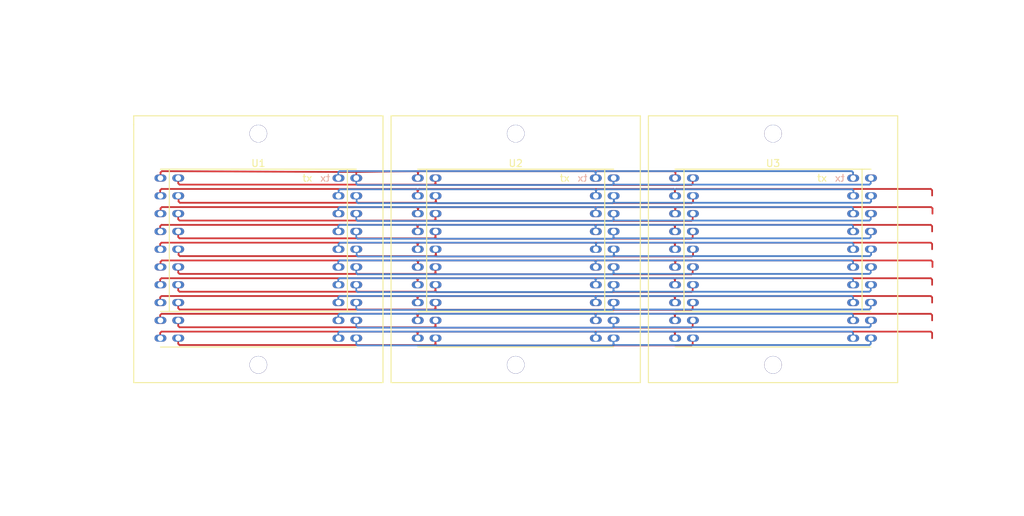
<source format=kicad_pcb>
(kicad_pcb (version 20171130) (host pcbnew "(5.1.5)-3")

  (general
    (thickness 1.6)
    (drawings 4)
    (tracks 456)
    (zones 0)
    (modules 3)
    (nets 39)
  )

  (page A4)
  (layers
    (0 F.Cu mixed)
    (1 In1.Cu signal)
    (2 In2.Cu signal)
    (31 B.Cu signal)
    (32 B.Adhes user)
    (33 F.Adhes user)
    (34 B.Paste user)
    (35 F.Paste user)
    (36 B.SilkS user)
    (37 F.SilkS user)
    (38 B.Mask user)
    (39 F.Mask user)
    (40 Dwgs.User user)
    (41 Cmts.User user)
    (42 Eco1.User user)
    (43 Eco2.User user)
    (44 Edge.Cuts user)
    (45 Margin user)
    (46 B.CrtYd user)
    (47 F.CrtYd user)
    (48 B.Fab user)
    (49 F.Fab user)
  )

  (setup
    (last_trace_width 0.25)
    (user_trace_width 0.2)
    (trace_clearance 0.2)
    (zone_clearance 0.508)
    (zone_45_only no)
    (trace_min 0.2)
    (via_size 0.8)
    (via_drill 0.4)
    (via_min_size 0.4)
    (via_min_drill 0.3)
    (uvia_size 0.3)
    (uvia_drill 0.1)
    (uvias_allowed no)
    (uvia_min_size 0.2)
    (uvia_min_drill 0.1)
    (edge_width 0.05)
    (segment_width 0.2)
    (pcb_text_width 0.3)
    (pcb_text_size 1.5 1.5)
    (mod_edge_width 0.12)
    (mod_text_size 1 1)
    (mod_text_width 0.15)
    (pad_size 1.524 1.524)
    (pad_drill 0.762)
    (pad_to_mask_clearance 0.051)
    (solder_mask_min_width 0.25)
    (aux_axis_origin 0 0)
    (visible_elements 7FFFFFFF)
    (pcbplotparams
      (layerselection 0x010fc_ffffffff)
      (usegerberextensions false)
      (usegerberattributes false)
      (usegerberadvancedattributes false)
      (creategerberjobfile false)
      (excludeedgelayer true)
      (linewidth 0.100000)
      (plotframeref false)
      (viasonmask false)
      (mode 1)
      (useauxorigin false)
      (hpglpennumber 1)
      (hpglpenspeed 20)
      (hpglpendiameter 15.000000)
      (psnegative false)
      (psa4output false)
      (plotreference true)
      (plotvalue true)
      (plotinvisibletext false)
      (padsonsilk false)
      (subtractmaskfromsilk false)
      (outputformat 1)
      (mirror false)
      (drillshape 1)
      (scaleselection 1)
      (outputdirectory ""))
  )

  (net 0 "")
  (net 1 /GND)
  (net 2 /RST)
  (net 3 /SVP)
  (net 4 /SVN)
  (net 5 /TMS)
  (net 6 /3.3V)
  (net 7 /SD2)
  (net 8 /TCK)
  (net 9 /CMD)
  (net 10 /SD3)
  (net 11 /CLK)
  (net 12 /SDO)
  (net 13 /SDI)
  (net 14 /TDO)
  (net 15 /5V)
  (net 16 /TDI)
  (net 17 /RXD)
  (net 18 /TXD)
  (net 19 /IO00)
  (net 20 /IO32)
  (net 21 /IO27)
  (net 22 /IO04)
  (net 23 /IO25)
  (net 24 /IO02)
  (net 25 /IO35)
  (net 26 /IO33)
  (net 27 /NC2)
  (net 28 /IO34)
  (net 29 /NC1)
  (net 30 /IO05)
  (net 31 /IO23)
  (net 32 /IO16)
  (net 33 /IO19)
  (net 34 /IO17)
  (net 35 /IO18)
  (net 36 /IO21)
  (net 37 /IO26)
  (net 38 /IO22)

  (net_class Default "This is the default net class."
    (clearance 0.2)
    (trace_width 0.25)
    (via_dia 0.8)
    (via_drill 0.4)
    (uvia_dia 0.3)
    (uvia_drill 0.1)
    (add_net /CLK)
    (add_net /CMD)
    (add_net /IO00)
    (add_net /IO02)
    (add_net /IO04)
    (add_net /IO05)
    (add_net /IO16)
    (add_net /IO17)
    (add_net /IO18)
    (add_net /IO19)
    (add_net /IO21)
    (add_net /IO22)
    (add_net /IO23)
    (add_net /IO25)
    (add_net /IO26)
    (add_net /IO27)
    (add_net /IO32)
    (add_net /IO33)
    (add_net /IO34)
    (add_net /IO35)
    (add_net /NC1)
    (add_net /NC2)
    (add_net /RST)
    (add_net /RXD)
    (add_net /SD2)
    (add_net /SD3)
    (add_net /SDI)
    (add_net /SDO)
    (add_net /SVN)
    (add_net /SVP)
    (add_net /TCK)
    (add_net /TDI)
    (add_net /TDO)
    (add_net /TMS)
    (add_net /TXD)
  )

  (net_class Power ""
    (clearance 0.2)
    (trace_width 0.25)
    (via_dia 0.8)
    (via_drill 0.4)
    (uvia_dia 0.3)
    (uvia_drill 0.1)
    (add_net /3.3V)
    (add_net /5V)
    (add_net /GND)
  )

  (module in2tech:QIP-40_1000_ELL (layer F.Cu) (tedit 5E34859B) (tstamp 5E33B482)
    (at 107.95 106.68)
    (path /5E32E116)
    (fp_text reference U1 (at 0 -12.26) (layer F.SilkS)
      (effects (font (size 1 1) (thickness 0.15)))
    )
    (fp_text value ESP32-MINI-32 (at 0 1.27 270) (layer F.Fab)
      (effects (font (size 1 1) (thickness 0.15)))
    )
    (fp_line (start -17.78 -17.78) (end -17.78 19.05) (layer F.SilkS) (width 0.15))
    (fp_line (start -17.78 19.05) (end 17.78 19.05) (layer F.SilkS) (width 0.15))
    (fp_line (start 17.78 19.05) (end 17.78 -19.05) (layer F.SilkS) (width 0.15))
    (fp_line (start 17.78 -19.05) (end -17.78 -19.05) (layer F.SilkS) (width 0.15))
    (fp_line (start -17.78 -19.05) (end -17.78 -17.78) (layer F.SilkS) (width 0.15))
    (fp_line (start -16.51 -12.7) (end -8.89 -12.7) (layer F.CrtYd) (width 0.12))
    (fp_line (start -8.89 -12.7) (end -8.89 15.24) (layer F.CrtYd) (width 0.12))
    (fp_line (start -8.89 15.24) (end -16.51 15.24) (layer F.CrtYd) (width 0.12))
    (fp_line (start -16.51 15.24) (end -16.51 -12.7) (layer F.CrtYd) (width 0.12))
    (fp_line (start 8.89 -12.7) (end 8.89 15.24) (layer F.CrtYd) (width 0.12))
    (fp_line (start 16.51 -12.7) (end 16.51 15.24) (layer F.CrtYd) (width 0.12))
    (fp_line (start 8.89 -12.7) (end 16.51 -12.7) (layer F.CrtYd) (width 0.12))
    (fp_line (start 16.51 15.24) (end 8.89 15.24) (layer F.CrtYd) (width 0.12))
    (fp_line (start -12.7 -11.43) (end -12.7 8.89) (layer F.SilkS) (width 0.15))
    (fp_line (start -13.97 8.89) (end 13.97 8.89) (layer F.SilkS) (width 0.15))
    (fp_line (start 12.7 8.89) (end 12.7 -11.43) (layer F.SilkS) (width 0.15))
    (fp_line (start 13.97 -11.43) (end -13.97 -11.43) (layer F.SilkS) (width 0.15))
    (fp_text user tx (at 6.985 -10.16) (layer F.SilkS)
      (effects (font (size 1 1) (thickness 0.15)))
    )
    (fp_text user tx (at 9.525 -10.16) (layer B.SilkS)
      (effects (font (size 1 1) (thickness 0.15)) (justify mirror))
    )
    (fp_line (start -13.97 13.97) (end 13.97 13.97) (layer F.SilkS) (width 0.15))
    (pad 20 thru_hole oval (at 11.43 -10.16 270) (size 1 1.7) (drill 0.8) (layers *.Cu *.Mask)
      (net 18 /TXD))
    (pad 1 thru_hole oval (at -11.43 -10.16 270) (size 1 1.7) (drill 0.8) (layers *.Cu *.Mask)
      (net 2 /RST))
    (pad 19 thru_hole oval (at 11.43 -7.62 270) (size 1 1.7) (drill 0.8) (layers *.Cu *.Mask)
      (net 17 /RXD))
    (pad 2 thru_hole oval (at -11.43 -7.62 270) (size 1 1.7) (drill 0.8) (layers *.Cu *.Mask)
      (net 3 /SVP))
    (pad 18 thru_hole oval (at 11.43 -5.08 270) (size 1 1.7) (drill 0.8) (layers *.Cu *.Mask)
      (net 38 /IO22))
    (pad 3 thru_hole oval (at -11.43 -5.08 270) (size 1 1.7) (drill 0.8) (layers *.Cu *.Mask)
      (net 37 /IO26))
    (pad 17 thru_hole oval (at 11.43 -2.54 270) (size 1 1.7) (drill 0.8) (layers *.Cu *.Mask)
      (net 36 /IO21))
    (pad 4 thru_hole oval (at -11.43 -2.54 270) (size 1 1.7) (drill 0.8) (layers *.Cu *.Mask)
      (net 35 /IO18))
    (pad 16 thru_hole oval (at 11.43 0 270) (size 1 1.7) (drill 0.8) (layers *.Cu *.Mask)
      (net 34 /IO17))
    (pad 5 thru_hole oval (at -11.43 0 270) (size 1 1.7) (drill 0.8) (layers *.Cu *.Mask)
      (net 33 /IO19))
    (pad 15 thru_hole oval (at 11.43 2.54 270) (size 1 1.7) (drill 0.8) (layers *.Cu *.Mask)
      (net 32 /IO16))
    (pad 6 thru_hole oval (at -11.43 2.54 270) (size 1 1.7) (drill 0.8) (layers *.Cu *.Mask)
      (net 31 /IO23))
    (pad 14 thru_hole oval (at 11.43 5.08 270) (size 1 1.7) (drill 0.8) (layers *.Cu *.Mask)
      (net 1 /GND))
    (pad 7 thru_hole oval (at -11.43 5.08 270) (size 1 1.7) (drill 0.8) (layers *.Cu *.Mask)
      (net 30 /IO05))
    (pad 13 thru_hole oval (at 11.43 7.62 270) (size 1 1.7) (drill 0.8) (layers *.Cu *.Mask)
      (net 15 /5V))
    (pad 8 thru_hole oval (at -11.43 7.62 270) (size 1 1.7) (drill 0.8) (layers *.Cu *.Mask)
      (net 6 /3.3V))
    (pad 12 thru_hole oval (at 11.43 10.16 270) (size 1 1.7) (drill 0.8) (layers *.Cu *.Mask)
      (net 14 /TDO))
    (pad 9 thru_hole oval (at -11.43 10.16 270) (size 1 1.7) (drill 0.8) (layers *.Cu *.Mask)
      (net 8 /TCK))
    (pad 11 thru_hole oval (at 11.43 12.7 270) (size 1 1.7) (drill 0.8) (layers *.Cu *.Mask)
      (net 12 /SDO))
    (pad 10 thru_hole oval (at -11.43 12.7 270) (size 1 1.7) (drill 0.8) (layers *.Cu *.Mask)
      (net 10 /SD3))
    (pad 22 thru_hole oval (at -13.97 -7.62 270) (size 1 1.7) (drill 0.8) (layers *.Cu *.Mask)
      (net 29 /NC1))
    (pad 23 thru_hole oval (at -13.97 -5.08 270) (size 1 1.7) (drill 0.8) (layers *.Cu *.Mask)
      (net 4 /SVN))
    (pad 26 thru_hole oval (at -13.97 2.54 270) (size 1 1.7) (drill 0.8) (layers *.Cu *.Mask)
      (net 28 /IO34))
    (pad 28 thru_hole oval (at -13.97 7.62 270) (size 1 1.7) (drill 0.8) (layers *.Cu *.Mask)
      (net 27 /NC2))
    (pad 21 thru_hole oval (at -13.97 -10.16 270) (size 1 1.7) (drill 0.8) (layers *.Cu *.Mask)
      (net 1 /GND))
    (pad 25 thru_hole oval (at -13.97 0 270) (size 1 1.7) (drill 0.8) (layers *.Cu *.Mask)
      (net 26 /IO33))
    (pad 30 thru_hole oval (at -13.97 12.7 270) (size 1 1.7) (drill 0.8) (layers *.Cu *.Mask)
      (net 9 /CMD))
    (pad 29 thru_hole oval (at -13.97 10.16 270) (size 1 1.7) (drill 0.8) (layers *.Cu *.Mask)
      (net 7 /SD2))
    (pad 27 thru_hole oval (at -13.97 5.08 270) (size 1 1.7) (drill 0.8) (layers *.Cu *.Mask)
      (net 5 /TMS))
    (pad 24 thru_hole oval (at -13.97 -2.54 270) (size 1 1.7) (drill 0.8) (layers *.Cu *.Mask)
      (net 25 /IO35))
    (pad 32 thru_hole oval (at 13.97 10.16 90) (size 1 1.7) (drill 0.8) (layers *.Cu *.Mask)
      (net 13 /SDI))
    (pad 33 thru_hole oval (at 13.97 7.62 90) (size 1 1.7) (drill 0.8) (layers *.Cu *.Mask)
      (net 24 /IO02))
    (pad 36 thru_hole oval (at 13.97 0 90) (size 1 1.7) (drill 0.8) (layers *.Cu *.Mask)
      (net 16 /TDI))
    (pad 38 thru_hole oval (at 13.97 -5.08 90) (size 1 1.7) (drill 0.8) (layers *.Cu *.Mask)
      (net 23 /IO25))
    (pad 31 thru_hole oval (at 13.97 12.7 90) (size 1 1.7) (drill 0.8) (layers *.Cu *.Mask)
      (net 11 /CLK))
    (pad 35 thru_hole oval (at 13.97 2.54 90) (size 1 1.7) (drill 0.8) (layers *.Cu *.Mask)
      (net 22 /IO04))
    (pad 40 thru_hole oval (at 13.97 -10.16 90) (size 1 1.7) (drill 0.8) (layers *.Cu *.Mask)
      (net 1 /GND))
    (pad 39 thru_hole oval (at 13.97 -7.62 90) (size 1 1.7) (drill 0.8) (layers *.Cu *.Mask)
      (net 21 /IO27))
    (pad 37 thru_hole oval (at 13.97 -2.54 90) (size 1 1.7) (drill 0.8) (layers *.Cu *.Mask)
      (net 20 /IO32))
    (pad 34 thru_hole oval (at 13.97 5.08 90) (size 1 1.7) (drill 0.8) (layers *.Cu *.Mask)
      (net 19 /IO00))
    (pad "" thru_hole oval (at 0 -16.51 270) (size 2.5 2.5) (drill 2.45) (layers *.Cu *.Mask))
    (pad "" thru_hole oval (at 0 16.51 270) (size 2.5 2.5) (drill 2.45) (layers *.Cu *.Mask))
  )

  (module in2tech:QIP-40_1000_ELL (layer F.Cu) (tedit 5E34859B) (tstamp 5E33B504)
    (at 181.37 106.68)
    (path /5E341442)
    (fp_text reference U3 (at 0 -12.26) (layer F.SilkS)
      (effects (font (size 1 1) (thickness 0.15)))
    )
    (fp_text value ESP32-MINI-32 (at 0 1.27 270) (layer F.Fab)
      (effects (font (size 1 1) (thickness 0.15)))
    )
    (fp_line (start -17.78 -17.78) (end -17.78 19.05) (layer F.SilkS) (width 0.15))
    (fp_line (start -17.78 19.05) (end 17.78 19.05) (layer F.SilkS) (width 0.15))
    (fp_line (start 17.78 19.05) (end 17.78 -19.05) (layer F.SilkS) (width 0.15))
    (fp_line (start 17.78 -19.05) (end -17.78 -19.05) (layer F.SilkS) (width 0.15))
    (fp_line (start -17.78 -19.05) (end -17.78 -17.78) (layer F.SilkS) (width 0.15))
    (fp_line (start -16.51 -12.7) (end -8.89 -12.7) (layer F.CrtYd) (width 0.12))
    (fp_line (start -8.89 -12.7) (end -8.89 15.24) (layer F.CrtYd) (width 0.12))
    (fp_line (start -8.89 15.24) (end -16.51 15.24) (layer F.CrtYd) (width 0.12))
    (fp_line (start -16.51 15.24) (end -16.51 -12.7) (layer F.CrtYd) (width 0.12))
    (fp_line (start 8.89 -12.7) (end 8.89 15.24) (layer F.CrtYd) (width 0.12))
    (fp_line (start 16.51 -12.7) (end 16.51 15.24) (layer F.CrtYd) (width 0.12))
    (fp_line (start 8.89 -12.7) (end 16.51 -12.7) (layer F.CrtYd) (width 0.12))
    (fp_line (start 16.51 15.24) (end 8.89 15.24) (layer F.CrtYd) (width 0.12))
    (fp_line (start -12.7 -11.43) (end -12.7 8.89) (layer F.SilkS) (width 0.15))
    (fp_line (start -13.97 8.89) (end 13.97 8.89) (layer F.SilkS) (width 0.15))
    (fp_line (start 12.7 8.89) (end 12.7 -11.43) (layer F.SilkS) (width 0.15))
    (fp_line (start 13.97 -11.43) (end -13.97 -11.43) (layer F.SilkS) (width 0.15))
    (fp_text user tx (at 6.985 -10.16) (layer F.SilkS)
      (effects (font (size 1 1) (thickness 0.15)))
    )
    (fp_text user tx (at 9.525 -10.16) (layer B.SilkS)
      (effects (font (size 1 1) (thickness 0.15)) (justify mirror))
    )
    (fp_line (start -13.97 13.97) (end 13.97 13.97) (layer F.SilkS) (width 0.15))
    (pad 20 thru_hole oval (at 11.43 -10.16 270) (size 1 1.7) (drill 0.8) (layers *.Cu *.Mask)
      (net 18 /TXD))
    (pad 1 thru_hole oval (at -11.43 -10.16 270) (size 1 1.7) (drill 0.8) (layers *.Cu *.Mask)
      (net 2 /RST))
    (pad 19 thru_hole oval (at 11.43 -7.62 270) (size 1 1.7) (drill 0.8) (layers *.Cu *.Mask)
      (net 17 /RXD))
    (pad 2 thru_hole oval (at -11.43 -7.62 270) (size 1 1.7) (drill 0.8) (layers *.Cu *.Mask)
      (net 3 /SVP))
    (pad 18 thru_hole oval (at 11.43 -5.08 270) (size 1 1.7) (drill 0.8) (layers *.Cu *.Mask)
      (net 38 /IO22))
    (pad 3 thru_hole oval (at -11.43 -5.08 270) (size 1 1.7) (drill 0.8) (layers *.Cu *.Mask)
      (net 37 /IO26))
    (pad 17 thru_hole oval (at 11.43 -2.54 270) (size 1 1.7) (drill 0.8) (layers *.Cu *.Mask)
      (net 36 /IO21))
    (pad 4 thru_hole oval (at -11.43 -2.54 270) (size 1 1.7) (drill 0.8) (layers *.Cu *.Mask)
      (net 35 /IO18))
    (pad 16 thru_hole oval (at 11.43 0 270) (size 1 1.7) (drill 0.8) (layers *.Cu *.Mask)
      (net 34 /IO17))
    (pad 5 thru_hole oval (at -11.43 0 270) (size 1 1.7) (drill 0.8) (layers *.Cu *.Mask)
      (net 33 /IO19))
    (pad 15 thru_hole oval (at 11.43 2.54 270) (size 1 1.7) (drill 0.8) (layers *.Cu *.Mask)
      (net 32 /IO16))
    (pad 6 thru_hole oval (at -11.43 2.54 270) (size 1 1.7) (drill 0.8) (layers *.Cu *.Mask)
      (net 31 /IO23))
    (pad 14 thru_hole oval (at 11.43 5.08 270) (size 1 1.7) (drill 0.8) (layers *.Cu *.Mask)
      (net 1 /GND))
    (pad 7 thru_hole oval (at -11.43 5.08 270) (size 1 1.7) (drill 0.8) (layers *.Cu *.Mask)
      (net 30 /IO05))
    (pad 13 thru_hole oval (at 11.43 7.62 270) (size 1 1.7) (drill 0.8) (layers *.Cu *.Mask)
      (net 15 /5V))
    (pad 8 thru_hole oval (at -11.43 7.62 270) (size 1 1.7) (drill 0.8) (layers *.Cu *.Mask)
      (net 6 /3.3V))
    (pad 12 thru_hole oval (at 11.43 10.16 270) (size 1 1.7) (drill 0.8) (layers *.Cu *.Mask)
      (net 14 /TDO))
    (pad 9 thru_hole oval (at -11.43 10.16 270) (size 1 1.7) (drill 0.8) (layers *.Cu *.Mask)
      (net 8 /TCK))
    (pad 11 thru_hole oval (at 11.43 12.7 270) (size 1 1.7) (drill 0.8) (layers *.Cu *.Mask)
      (net 12 /SDO))
    (pad 10 thru_hole oval (at -11.43 12.7 270) (size 1 1.7) (drill 0.8) (layers *.Cu *.Mask)
      (net 10 /SD3))
    (pad 22 thru_hole oval (at -13.97 -7.62 270) (size 1 1.7) (drill 0.8) (layers *.Cu *.Mask)
      (net 29 /NC1))
    (pad 23 thru_hole oval (at -13.97 -5.08 270) (size 1 1.7) (drill 0.8) (layers *.Cu *.Mask)
      (net 4 /SVN))
    (pad 26 thru_hole oval (at -13.97 2.54 270) (size 1 1.7) (drill 0.8) (layers *.Cu *.Mask)
      (net 28 /IO34))
    (pad 28 thru_hole oval (at -13.97 7.62 270) (size 1 1.7) (drill 0.8) (layers *.Cu *.Mask)
      (net 27 /NC2))
    (pad 21 thru_hole oval (at -13.97 -10.16 270) (size 1 1.7) (drill 0.8) (layers *.Cu *.Mask)
      (net 1 /GND))
    (pad 25 thru_hole oval (at -13.97 0 270) (size 1 1.7) (drill 0.8) (layers *.Cu *.Mask)
      (net 26 /IO33))
    (pad 30 thru_hole oval (at -13.97 12.7 270) (size 1 1.7) (drill 0.8) (layers *.Cu *.Mask)
      (net 9 /CMD))
    (pad 29 thru_hole oval (at -13.97 10.16 270) (size 1 1.7) (drill 0.8) (layers *.Cu *.Mask)
      (net 7 /SD2))
    (pad 27 thru_hole oval (at -13.97 5.08 270) (size 1 1.7) (drill 0.8) (layers *.Cu *.Mask)
      (net 5 /TMS))
    (pad 24 thru_hole oval (at -13.97 -2.54 270) (size 1 1.7) (drill 0.8) (layers *.Cu *.Mask)
      (net 25 /IO35))
    (pad 32 thru_hole oval (at 13.97 10.16 90) (size 1 1.7) (drill 0.8) (layers *.Cu *.Mask)
      (net 13 /SDI))
    (pad 33 thru_hole oval (at 13.97 7.62 90) (size 1 1.7) (drill 0.8) (layers *.Cu *.Mask)
      (net 24 /IO02))
    (pad 36 thru_hole oval (at 13.97 0 90) (size 1 1.7) (drill 0.8) (layers *.Cu *.Mask)
      (net 16 /TDI))
    (pad 38 thru_hole oval (at 13.97 -5.08 90) (size 1 1.7) (drill 0.8) (layers *.Cu *.Mask)
      (net 23 /IO25))
    (pad 31 thru_hole oval (at 13.97 12.7 90) (size 1 1.7) (drill 0.8) (layers *.Cu *.Mask)
      (net 11 /CLK))
    (pad 35 thru_hole oval (at 13.97 2.54 90) (size 1 1.7) (drill 0.8) (layers *.Cu *.Mask)
      (net 22 /IO04))
    (pad 40 thru_hole oval (at 13.97 -10.16 90) (size 1 1.7) (drill 0.8) (layers *.Cu *.Mask)
      (net 1 /GND))
    (pad 39 thru_hole oval (at 13.97 -7.62 90) (size 1 1.7) (drill 0.8) (layers *.Cu *.Mask)
      (net 21 /IO27))
    (pad 37 thru_hole oval (at 13.97 -2.54 90) (size 1 1.7) (drill 0.8) (layers *.Cu *.Mask)
      (net 20 /IO32))
    (pad 34 thru_hole oval (at 13.97 5.08 90) (size 1 1.7) (drill 0.8) (layers *.Cu *.Mask)
      (net 19 /IO00))
    (pad "" thru_hole oval (at 0 -16.51 270) (size 2.5 2.5) (drill 2.45) (layers *.Cu *.Mask))
    (pad "" thru_hole oval (at 0 16.51 270) (size 2.5 2.5) (drill 2.45) (layers *.Cu *.Mask))
  )

  (module in2tech:QIP-40_1000_ELL (layer F.Cu) (tedit 5E34859B) (tstamp 5E33B4C3)
    (at 144.66 106.68)
    (path /5E33F0D3)
    (fp_text reference U2 (at 0 -12.26) (layer F.SilkS)
      (effects (font (size 1 1) (thickness 0.15)))
    )
    (fp_text value ESP32-MINI-32 (at 0 1.27 270) (layer F.Fab)
      (effects (font (size 1 1) (thickness 0.15)))
    )
    (fp_line (start -17.78 -17.78) (end -17.78 19.05) (layer F.SilkS) (width 0.15))
    (fp_line (start -17.78 19.05) (end 17.78 19.05) (layer F.SilkS) (width 0.15))
    (fp_line (start 17.78 19.05) (end 17.78 -19.05) (layer F.SilkS) (width 0.15))
    (fp_line (start 17.78 -19.05) (end -17.78 -19.05) (layer F.SilkS) (width 0.15))
    (fp_line (start -17.78 -19.05) (end -17.78 -17.78) (layer F.SilkS) (width 0.15))
    (fp_line (start -16.51 -12.7) (end -8.89 -12.7) (layer F.CrtYd) (width 0.12))
    (fp_line (start -8.89 -12.7) (end -8.89 15.24) (layer F.CrtYd) (width 0.12))
    (fp_line (start -8.89 15.24) (end -16.51 15.24) (layer F.CrtYd) (width 0.12))
    (fp_line (start -16.51 15.24) (end -16.51 -12.7) (layer F.CrtYd) (width 0.12))
    (fp_line (start 8.89 -12.7) (end 8.89 15.24) (layer F.CrtYd) (width 0.12))
    (fp_line (start 16.51 -12.7) (end 16.51 15.24) (layer F.CrtYd) (width 0.12))
    (fp_line (start 8.89 -12.7) (end 16.51 -12.7) (layer F.CrtYd) (width 0.12))
    (fp_line (start 16.51 15.24) (end 8.89 15.24) (layer F.CrtYd) (width 0.12))
    (fp_line (start -12.7 -11.43) (end -12.7 8.89) (layer F.SilkS) (width 0.15))
    (fp_line (start -13.97 8.89) (end 13.97 8.89) (layer F.SilkS) (width 0.15))
    (fp_line (start 12.7 8.89) (end 12.7 -11.43) (layer F.SilkS) (width 0.15))
    (fp_line (start 13.97 -11.43) (end -13.97 -11.43) (layer F.SilkS) (width 0.15))
    (fp_text user tx (at 6.985 -10.16) (layer F.SilkS)
      (effects (font (size 1 1) (thickness 0.15)))
    )
    (fp_text user tx (at 9.525 -10.16) (layer B.SilkS)
      (effects (font (size 1 1) (thickness 0.15)) (justify mirror))
    )
    (fp_line (start -13.97 13.97) (end 13.97 13.97) (layer F.SilkS) (width 0.15))
    (pad 20 thru_hole oval (at 11.43 -10.16 270) (size 1 1.7) (drill 0.8) (layers *.Cu *.Mask)
      (net 18 /TXD))
    (pad 1 thru_hole oval (at -11.43 -10.16 270) (size 1 1.7) (drill 0.8) (layers *.Cu *.Mask)
      (net 2 /RST))
    (pad 19 thru_hole oval (at 11.43 -7.62 270) (size 1 1.7) (drill 0.8) (layers *.Cu *.Mask)
      (net 17 /RXD))
    (pad 2 thru_hole oval (at -11.43 -7.62 270) (size 1 1.7) (drill 0.8) (layers *.Cu *.Mask)
      (net 3 /SVP))
    (pad 18 thru_hole oval (at 11.43 -5.08 270) (size 1 1.7) (drill 0.8) (layers *.Cu *.Mask)
      (net 38 /IO22))
    (pad 3 thru_hole oval (at -11.43 -5.08 270) (size 1 1.7) (drill 0.8) (layers *.Cu *.Mask)
      (net 37 /IO26))
    (pad 17 thru_hole oval (at 11.43 -2.54 270) (size 1 1.7) (drill 0.8) (layers *.Cu *.Mask)
      (net 36 /IO21))
    (pad 4 thru_hole oval (at -11.43 -2.54 270) (size 1 1.7) (drill 0.8) (layers *.Cu *.Mask)
      (net 35 /IO18))
    (pad 16 thru_hole oval (at 11.43 0 270) (size 1 1.7) (drill 0.8) (layers *.Cu *.Mask)
      (net 34 /IO17))
    (pad 5 thru_hole oval (at -11.43 0 270) (size 1 1.7) (drill 0.8) (layers *.Cu *.Mask)
      (net 33 /IO19))
    (pad 15 thru_hole oval (at 11.43 2.54 270) (size 1 1.7) (drill 0.8) (layers *.Cu *.Mask)
      (net 32 /IO16))
    (pad 6 thru_hole oval (at -11.43 2.54 270) (size 1 1.7) (drill 0.8) (layers *.Cu *.Mask)
      (net 31 /IO23))
    (pad 14 thru_hole oval (at 11.43 5.08 270) (size 1 1.7) (drill 0.8) (layers *.Cu *.Mask)
      (net 1 /GND))
    (pad 7 thru_hole oval (at -11.43 5.08 270) (size 1 1.7) (drill 0.8) (layers *.Cu *.Mask)
      (net 30 /IO05))
    (pad 13 thru_hole oval (at 11.43 7.62 270) (size 1 1.7) (drill 0.8) (layers *.Cu *.Mask)
      (net 15 /5V))
    (pad 8 thru_hole oval (at -11.43 7.62 270) (size 1 1.7) (drill 0.8) (layers *.Cu *.Mask)
      (net 6 /3.3V))
    (pad 12 thru_hole oval (at 11.43 10.16 270) (size 1 1.7) (drill 0.8) (layers *.Cu *.Mask)
      (net 14 /TDO))
    (pad 9 thru_hole oval (at -11.43 10.16 270) (size 1 1.7) (drill 0.8) (layers *.Cu *.Mask)
      (net 8 /TCK))
    (pad 11 thru_hole oval (at 11.43 12.7 270) (size 1 1.7) (drill 0.8) (layers *.Cu *.Mask)
      (net 12 /SDO))
    (pad 10 thru_hole oval (at -11.43 12.7 270) (size 1 1.7) (drill 0.8) (layers *.Cu *.Mask)
      (net 10 /SD3))
    (pad 22 thru_hole oval (at -13.97 -7.62 270) (size 1 1.7) (drill 0.8) (layers *.Cu *.Mask)
      (net 29 /NC1))
    (pad 23 thru_hole oval (at -13.97 -5.08 270) (size 1 1.7) (drill 0.8) (layers *.Cu *.Mask)
      (net 4 /SVN))
    (pad 26 thru_hole oval (at -13.97 2.54 270) (size 1 1.7) (drill 0.8) (layers *.Cu *.Mask)
      (net 28 /IO34))
    (pad 28 thru_hole oval (at -13.97 7.62 270) (size 1 1.7) (drill 0.8) (layers *.Cu *.Mask)
      (net 27 /NC2))
    (pad 21 thru_hole oval (at -13.97 -10.16 270) (size 1 1.7) (drill 0.8) (layers *.Cu *.Mask)
      (net 1 /GND))
    (pad 25 thru_hole oval (at -13.97 0 270) (size 1 1.7) (drill 0.8) (layers *.Cu *.Mask)
      (net 26 /IO33))
    (pad 30 thru_hole oval (at -13.97 12.7 270) (size 1 1.7) (drill 0.8) (layers *.Cu *.Mask)
      (net 9 /CMD))
    (pad 29 thru_hole oval (at -13.97 10.16 270) (size 1 1.7) (drill 0.8) (layers *.Cu *.Mask)
      (net 7 /SD2))
    (pad 27 thru_hole oval (at -13.97 5.08 270) (size 1 1.7) (drill 0.8) (layers *.Cu *.Mask)
      (net 5 /TMS))
    (pad 24 thru_hole oval (at -13.97 -2.54 270) (size 1 1.7) (drill 0.8) (layers *.Cu *.Mask)
      (net 25 /IO35))
    (pad 32 thru_hole oval (at 13.97 10.16 90) (size 1 1.7) (drill 0.8) (layers *.Cu *.Mask)
      (net 13 /SDI))
    (pad 33 thru_hole oval (at 13.97 7.62 90) (size 1 1.7) (drill 0.8) (layers *.Cu *.Mask)
      (net 24 /IO02))
    (pad 36 thru_hole oval (at 13.97 0 90) (size 1 1.7) (drill 0.8) (layers *.Cu *.Mask)
      (net 16 /TDI))
    (pad 38 thru_hole oval (at 13.97 -5.08 90) (size 1 1.7) (drill 0.8) (layers *.Cu *.Mask)
      (net 23 /IO25))
    (pad 31 thru_hole oval (at 13.97 12.7 90) (size 1 1.7) (drill 0.8) (layers *.Cu *.Mask)
      (net 11 /CLK))
    (pad 35 thru_hole oval (at 13.97 2.54 90) (size 1 1.7) (drill 0.8) (layers *.Cu *.Mask)
      (net 22 /IO04))
    (pad 40 thru_hole oval (at 13.97 -10.16 90) (size 1 1.7) (drill 0.8) (layers *.Cu *.Mask)
      (net 1 /GND))
    (pad 39 thru_hole oval (at 13.97 -7.62 90) (size 1 1.7) (drill 0.8) (layers *.Cu *.Mask)
      (net 21 /IO27))
    (pad 37 thru_hole oval (at 13.97 -2.54 90) (size 1 1.7) (drill 0.8) (layers *.Cu *.Mask)
      (net 20 /IO32))
    (pad 34 thru_hole oval (at 13.97 5.08 90) (size 1 1.7) (drill 0.8) (layers *.Cu *.Mask)
      (net 19 /IO00))
    (pad "" thru_hole oval (at 0 -16.51 270) (size 2.5 2.5) (drill 2.45) (layers *.Cu *.Mask))
    (pad "" thru_hole oval (at 0 16.51 270) (size 2.5 2.5) (drill 2.45) (layers *.Cu *.Mask))
  )

  (gr_line (start 71.12 144.78) (end 71.12 71.12) (layer F.CrtYd) (width 0.05) (tstamp 5E33B686))
  (gr_line (start 217.17 144.78) (end 71.12 144.78) (layer F.CrtYd) (width 0.05))
  (gr_line (start 217.17 71.12) (end 217.17 144.78) (layer F.CrtYd) (width 0.05))
  (gr_line (start 71.12 71.12) (end 217.17 71.12) (layer F.CrtYd) (width 0.05))

  (segment (start 167.4552 96.4692) (end 167.4552 95.7192) (width 0.25) (layer F.Cu) (net 1) (tstamp 5E35273C))
  (segment (start 130.9116 95.5344) (end 167.252 95.5344) (width 0.25) (layer F.Cu) (net 1) (tstamp 5E35273D))
  (segment (start 130.7268 95.7192) (end 130.9116 95.5344) (width 0.25) (layer F.Cu) (net 1) (tstamp 5E35273E))
  (segment (start 167.252 95.5344) (end 167.4368 95.7192) (width 0.25) (layer F.Cu) (net 1) (tstamp 5E35273F))
  (segment (start 130.7268 96.4692) (end 130.7268 95.7192) (width 0.25) (layer F.Cu) (net 1) (tstamp 5E352740))
  (segment (start 156.2608 110.8252) (end 192.6012 110.8252) (width 0.25) (layer B.Cu) (net 1) (tstamp 5E351FB2))
  (segment (start 155.8728 110.8252) (end 156.0576 111.01) (width 0.25) (layer B.Cu) (net 1) (tstamp 5E351FB9))
  (segment (start 119.3476 111.76) (end 119.3476 111.01) (width 0.25) (layer B.Cu) (net 1) (tstamp 5E351FBA))
  (segment (start 119.3476 111.01) (end 119.5324 110.8252) (width 0.25) (layer B.Cu) (net 1) (tstamp 5E351FBF))
  (segment (start 192.786 111.01) (end 192.786 111.76) (width 0.25) (layer B.Cu) (net 1) (tstamp 5E351FC3))
  (segment (start 156.0576 111.01) (end 156.0576 111.76) (width 0.25) (layer B.Cu) (net 1) (tstamp 5E351FC7))
  (segment (start 156.076 111.01) (end 156.2608 110.8252) (width 0.25) (layer B.Cu) (net 1) (tstamp 5E351FD3))
  (segment (start 156.076 111.76) (end 156.076 111.01) (width 0.25) (layer B.Cu) (net 1) (tstamp 5E351FD4))
  (segment (start 119.5324 110.8252) (end 155.8728 110.8252) (width 0.25) (layer B.Cu) (net 1) (tstamp 5E351FD8))
  (segment (start 192.6012 110.8252) (end 192.786 111.01) (width 0.25) (layer B.Cu) (net 1) (tstamp 5E351FD9))
  (segment (start 195.3076 96.52) (end 195.3076 97.27) (width 0.25) (layer B.Cu) (net 1) (tstamp 5E351CFD))
  (segment (start 195.1228 97.4548) (end 158.7824 97.4548) (width 0.25) (layer B.Cu) (net 1) (tstamp 5E351CFE))
  (segment (start 195.3076 97.27) (end 195.1228 97.4548) (width 0.25) (layer B.Cu) (net 1) (tstamp 5E351CFF))
  (segment (start 158.7824 97.4548) (end 158.5976 97.27) (width 0.25) (layer B.Cu) (net 1) (tstamp 5E351D00))
  (segment (start 158.5976 97.27) (end 158.5976 96.52) (width 0.25) (layer B.Cu) (net 1) (tstamp 5E351D01))
  (segment (start 158.63 96.5708) (end 158.63 97.3208) (width 0.25) (layer B.Cu) (net 1) (tstamp 5E351CFD))
  (segment (start 158.4452 97.5056) (end 122.1048 97.5056) (width 0.25) (layer B.Cu) (net 1) (tstamp 5E351CFE))
  (segment (start 158.63 97.3208) (end 158.4452 97.5056) (width 0.25) (layer B.Cu) (net 1) (tstamp 5E351CFF))
  (segment (start 122.1048 97.5056) (end 121.92 97.3208) (width 0.25) (layer B.Cu) (net 1) (tstamp 5E351D00))
  (segment (start 121.92 97.3208) (end 121.92 96.5708) (width 0.25) (layer B.Cu) (net 1) (tstamp 5E351D01))
  (segment (start 93.9984 96.4692) (end 93.9984 95.7192) (width 0.25) (layer F.Cu) (net 1) (tstamp 5E351CA8))
  (segment (start 93.9984 95.7192) (end 94.1832 95.5344) (width 0.25) (layer F.Cu) (net 1) (tstamp 5E351CAA))
  (segment (start 130.5236 95.5344) (end 130.7084 95.7192) (width 0.25) (layer F.Cu) (net 1) (tstamp 5E351CAB))
  (segment (start 130.7084 95.7192) (end 130.7084 96.4692) (width 0.25) (layer F.Cu) (net 1) (tstamp 5E351CAC))
  (segment (start 94.1832 95.5344) (end 121.92 95.6564) (width 0.25) (layer F.Cu) (net 1))
  (segment (start 121.92 96.52) (end 121.92 95.6564) (width 0.25) (layer F.Cu) (net 1))
  (segment (start 121.92 95.6564) (end 130.5236 95.5344) (width 0.25) (layer F.Cu) (net 1))
  (segment (start 169.9076 97.3208) (end 169.7228 97.5056) (width 0.25) (layer F.Cu) (net 2) (tstamp 5E351C84))
  (segment (start 133.3824 97.5056) (end 133.1976 97.3208) (width 0.25) (layer F.Cu) (net 2) (tstamp 5E351C85))
  (segment (start 169.9076 96.5708) (end 169.9076 97.3208) (width 0.25) (layer F.Cu) (net 2) (tstamp 5E351C86))
  (segment (start 133.1976 97.3208) (end 133.1976 96.5708) (width 0.25) (layer F.Cu) (net 2) (tstamp 5E351C87))
  (segment (start 169.7228 97.5056) (end 133.3824 97.5056) (width 0.25) (layer F.Cu) (net 2) (tstamp 5E351C88))
  (segment (start 133.23 97.27) (end 133.0452 97.4548) (width 0.25) (layer F.Cu) (net 2))
  (segment (start 133.23 96.52) (end 133.23 97.27) (width 0.25) (layer F.Cu) (net 2))
  (segment (start 96.52 97.27) (end 96.52 96.52) (width 0.25) (layer F.Cu) (net 2))
  (segment (start 96.7048 97.4548) (end 96.52 97.27) (width 0.25) (layer F.Cu) (net 2))
  (segment (start 133.0452 97.4548) (end 96.7048 97.4548) (width 0.25) (layer F.Cu) (net 2))
  (segment (start 133.2484 99.9116) (end 133.2484 99.1616) (width 0.25) (layer F.Cu) (net 3) (tstamp 5E351FB3))
  (segment (start 133.2808 99.8608) (end 133.096 100.0456) (width 0.25) (layer F.Cu) (net 3) (tstamp 5E351FB4))
  (segment (start 96.7556 100.0456) (end 96.5708 99.8608) (width 0.25) (layer F.Cu) (net 3) (tstamp 5E351FB5))
  (segment (start 133.2808 99.1108) (end 133.2808 99.8608) (width 0.25) (layer F.Cu) (net 3) (tstamp 5E351FBB))
  (segment (start 96.5708 99.8608) (end 96.5708 99.1108) (width 0.25) (layer F.Cu) (net 3) (tstamp 5E351FC8))
  (segment (start 133.096 100.0456) (end 96.7556 100.0456) (width 0.25) (layer F.Cu) (net 3) (tstamp 5E351FCC))
  (segment (start 169.9584 99.9116) (end 169.7736 100.0964) (width 0.25) (layer F.Cu) (net 3) (tstamp 5E351FCE))
  (segment (start 169.9584 99.1616) (end 169.9584 99.9116) (width 0.25) (layer F.Cu) (net 3) (tstamp 5E351FD0))
  (segment (start 169.7736 100.0964) (end 133.4332 100.0964) (width 0.25) (layer F.Cu) (net 3) (tstamp 5E351FD2))
  (segment (start 133.4332 100.0964) (end 133.2484 99.9116) (width 0.25) (layer F.Cu) (net 3) (tstamp 5E351FD5))
  (segment (start 130.5236 100.6652) (end 130.7084 100.85) (width 0.25) (layer F.Cu) (net 4) (tstamp 5E351FAF))
  (segment (start 203.9296 100.6652) (end 204.1144 100.85) (width 0.25) (layer F.Cu) (net 4) (tstamp 5E351FB1))
  (segment (start 167.4044 101.6) (end 167.4044 100.85) (width 0.25) (layer F.Cu) (net 4) (tstamp 5E351FB6))
  (segment (start 167.4368 100.85) (end 167.4368 101.6) (width 0.25) (layer F.Cu) (net 4) (tstamp 5E351FB7))
  (segment (start 167.5892 100.6652) (end 203.9296 100.6652) (width 0.25) (layer F.Cu) (net 4) (tstamp 5E351FB8))
  (segment (start 167.4044 100.85) (end 167.5892 100.6652) (width 0.25) (layer F.Cu) (net 4) (tstamp 5E351FBC))
  (segment (start 93.9984 101.6) (end 93.9984 100.85) (width 0.25) (layer F.Cu) (net 4) (tstamp 5E351FBD))
  (segment (start 130.5236 100.6652) (end 130.7084 100.85) (width 0.25) (layer F.Cu) (net 4) (tstamp 5E351FBE))
  (segment (start 130.7084 100.85) (end 130.7084 101.6) (width 0.25) (layer F.Cu) (net 4) (tstamp 5E351FC9))
  (segment (start 130.7268 101.6) (end 130.7268 100.85) (width 0.25) (layer F.Cu) (net 4) (tstamp 5E351FCA))
  (segment (start 130.9116 100.6652) (end 167.252 100.6652) (width 0.25) (layer F.Cu) (net 4) (tstamp 5E351FCB))
  (segment (start 94.1832 100.6652) (end 130.5236 100.6652) (width 0.25) (layer F.Cu) (net 4) (tstamp 5E351FCD))
  (segment (start 130.7268 100.85) (end 130.9116 100.6652) (width 0.25) (layer F.Cu) (net 4) (tstamp 5E351FCF))
  (segment (start 167.252 100.6652) (end 167.4368 100.85) (width 0.25) (layer F.Cu) (net 4) (tstamp 5E351FD1))
  (segment (start 204.1144 100.85) (end 204.1144 101.6) (width 0.25) (layer F.Cu) (net 4) (tstamp 5E351FD6))
  (segment (start 93.9984 100.85) (end 94.1832 100.6652) (width 0.25) (layer F.Cu) (net 4) (tstamp 5E351FD7))
  (segment (start 130.5236 110.8252) (end 130.7084 111.01) (width 0.25) (layer F.Cu) (net 5) (tstamp 5E351FAF))
  (segment (start 203.8788 110.8252) (end 204.0636 111.01) (width 0.25) (layer F.Cu) (net 5) (tstamp 5E351FB1))
  (segment (start 167.3536 111.76) (end 167.3536 111.01) (width 0.25) (layer F.Cu) (net 5) (tstamp 5E351FB6))
  (segment (start 167.386 111.01) (end 167.386 111.76) (width 0.25) (layer F.Cu) (net 5) (tstamp 5E351FB7))
  (segment (start 167.5384 110.8252) (end 203.8788 110.8252) (width 0.25) (layer F.Cu) (net 5) (tstamp 5E351FB8))
  (segment (start 167.3536 111.01) (end 167.5384 110.8252) (width 0.25) (layer F.Cu) (net 5) (tstamp 5E351FBC))
  (segment (start 93.9476 111.76) (end 93.9476 111.01) (width 0.25) (layer F.Cu) (net 5) (tstamp 5E351FBD))
  (segment (start 130.4728 110.8252) (end 130.6576 111.01) (width 0.25) (layer F.Cu) (net 5) (tstamp 5E351FBE))
  (segment (start 130.6576 111.01) (end 130.6576 111.76) (width 0.25) (layer F.Cu) (net 5) (tstamp 5E351FC9))
  (segment (start 130.676 111.76) (end 130.676 111.01) (width 0.25) (layer F.Cu) (net 5) (tstamp 5E351FCA))
  (segment (start 130.8608 110.8252) (end 167.2012 110.8252) (width 0.25) (layer F.Cu) (net 5) (tstamp 5E351FCB))
  (segment (start 94.1324 110.8252) (end 130.4728 110.8252) (width 0.25) (layer F.Cu) (net 5) (tstamp 5E351FCD))
  (segment (start 130.676 111.01) (end 130.8608 110.8252) (width 0.25) (layer F.Cu) (net 5) (tstamp 5E351FCF))
  (segment (start 167.2012 110.8252) (end 167.386 111.01) (width 0.25) (layer F.Cu) (net 5) (tstamp 5E351FD1))
  (segment (start 204.0636 111.01) (end 204.0636 111.76) (width 0.25) (layer F.Cu) (net 5) (tstamp 5E351FD6))
  (segment (start 93.9476 111.01) (end 94.1324 110.8252) (width 0.25) (layer F.Cu) (net 5) (tstamp 5E351FD7))
  (segment (start 133.1976 115.1516) (end 133.1976 114.4016) (width 0.25) (layer F.Cu) (net 6) (tstamp 5E351FB3))
  (segment (start 133.23 115.1008) (end 133.0452 115.2856) (width 0.25) (layer F.Cu) (net 6) (tstamp 5E351FB4))
  (segment (start 96.7048 115.2856) (end 96.52 115.1008) (width 0.25) (layer F.Cu) (net 6) (tstamp 5E351FB5))
  (segment (start 133.23 114.3508) (end 133.23 115.1008) (width 0.25) (layer F.Cu) (net 6) (tstamp 5E351FBB))
  (segment (start 96.52 115.1008) (end 96.52 114.3508) (width 0.25) (layer F.Cu) (net 6) (tstamp 5E351FC8))
  (segment (start 133.0452 115.2856) (end 96.7048 115.2856) (width 0.25) (layer F.Cu) (net 6) (tstamp 5E351FCC))
  (segment (start 169.9076 115.1516) (end 169.7228 115.3364) (width 0.25) (layer F.Cu) (net 6) (tstamp 5E351FCE))
  (segment (start 169.9076 114.4016) (end 169.9076 115.1516) (width 0.25) (layer F.Cu) (net 6) (tstamp 5E351FD0))
  (segment (start 169.7228 115.3364) (end 133.3824 115.3364) (width 0.25) (layer F.Cu) (net 6) (tstamp 5E351FD2))
  (segment (start 133.3824 115.3364) (end 133.1976 115.1516) (width 0.25) (layer F.Cu) (net 6) (tstamp 5E351FD5))
  (segment (start 130.5236 115.9052) (end 130.7084 116.09) (width 0.25) (layer F.Cu) (net 7) (tstamp 5E351FAF))
  (segment (start 203.8788 115.9052) (end 204.0636 116.09) (width 0.25) (layer F.Cu) (net 7) (tstamp 5E351FB1))
  (segment (start 167.3536 116.84) (end 167.3536 116.09) (width 0.25) (layer F.Cu) (net 7) (tstamp 5E351FB6))
  (segment (start 167.386 116.09) (end 167.386 116.84) (width 0.25) (layer F.Cu) (net 7) (tstamp 5E351FB7))
  (segment (start 167.5384 115.9052) (end 203.8788 115.9052) (width 0.25) (layer F.Cu) (net 7) (tstamp 5E351FB8))
  (segment (start 167.3536 116.09) (end 167.5384 115.9052) (width 0.25) (layer F.Cu) (net 7) (tstamp 5E351FBC))
  (segment (start 93.9476 116.84) (end 93.9476 116.09) (width 0.25) (layer F.Cu) (net 7) (tstamp 5E351FBD))
  (segment (start 130.4728 115.9052) (end 130.6576 116.09) (width 0.25) (layer F.Cu) (net 7) (tstamp 5E351FBE))
  (segment (start 130.6576 116.09) (end 130.6576 116.84) (width 0.25) (layer F.Cu) (net 7) (tstamp 5E351FC9))
  (segment (start 130.676 116.84) (end 130.676 116.09) (width 0.25) (layer F.Cu) (net 7) (tstamp 5E351FCA))
  (segment (start 130.8608 115.9052) (end 167.2012 115.9052) (width 0.25) (layer F.Cu) (net 7) (tstamp 5E351FCB))
  (segment (start 94.1324 115.9052) (end 130.4728 115.9052) (width 0.25) (layer F.Cu) (net 7) (tstamp 5E351FCD))
  (segment (start 130.676 116.09) (end 130.8608 115.9052) (width 0.25) (layer F.Cu) (net 7) (tstamp 5E351FCF))
  (segment (start 167.2012 115.9052) (end 167.386 116.09) (width 0.25) (layer F.Cu) (net 7) (tstamp 5E351FD1))
  (segment (start 204.0636 116.09) (end 204.0636 116.84) (width 0.25) (layer F.Cu) (net 7) (tstamp 5E351FD6))
  (segment (start 93.9476 116.09) (end 94.1324 115.9052) (width 0.25) (layer F.Cu) (net 7) (tstamp 5E351FD7))
  (segment (start 133.1976 117.6916) (end 133.1976 116.9416) (width 0.25) (layer F.Cu) (net 8) (tstamp 5E351FB3))
  (segment (start 133.23 117.6408) (end 133.0452 117.8256) (width 0.25) (layer F.Cu) (net 8) (tstamp 5E351FB4))
  (segment (start 96.7048 117.8256) (end 96.52 117.6408) (width 0.25) (layer F.Cu) (net 8) (tstamp 5E351FB5))
  (segment (start 133.23 116.8908) (end 133.23 117.6408) (width 0.25) (layer F.Cu) (net 8) (tstamp 5E351FBB))
  (segment (start 96.52 117.6408) (end 96.52 116.8908) (width 0.25) (layer F.Cu) (net 8) (tstamp 5E351FC8))
  (segment (start 133.0452 117.8256) (end 96.7048 117.8256) (width 0.25) (layer F.Cu) (net 8) (tstamp 5E351FCC))
  (segment (start 169.9076 117.6916) (end 169.7228 117.8764) (width 0.25) (layer F.Cu) (net 8) (tstamp 5E351FCE))
  (segment (start 169.9076 116.9416) (end 169.9076 117.6916) (width 0.25) (layer F.Cu) (net 8) (tstamp 5E351FD0))
  (segment (start 169.7228 117.8764) (end 133.3824 117.8764) (width 0.25) (layer F.Cu) (net 8) (tstamp 5E351FD2))
  (segment (start 133.3824 117.8764) (end 133.1976 117.6916) (width 0.25) (layer F.Cu) (net 8) (tstamp 5E351FD5))
  (segment (start 130.5236 118.4452) (end 130.7084 118.63) (width 0.25) (layer F.Cu) (net 9) (tstamp 5E351FAF))
  (segment (start 203.8788 118.4452) (end 204.0636 118.63) (width 0.25) (layer F.Cu) (net 9) (tstamp 5E351FB1))
  (segment (start 167.3536 119.38) (end 167.3536 118.63) (width 0.25) (layer F.Cu) (net 9) (tstamp 5E351FB6))
  (segment (start 167.386 118.63) (end 167.386 119.38) (width 0.25) (layer F.Cu) (net 9) (tstamp 5E351FB7))
  (segment (start 167.5384 118.4452) (end 203.8788 118.4452) (width 0.25) (layer F.Cu) (net 9) (tstamp 5E351FB8))
  (segment (start 167.3536 118.63) (end 167.5384 118.4452) (width 0.25) (layer F.Cu) (net 9) (tstamp 5E351FBC))
  (segment (start 93.9476 119.38) (end 93.9476 118.63) (width 0.25) (layer F.Cu) (net 9) (tstamp 5E351FBD))
  (segment (start 130.4728 118.4452) (end 130.6576 118.63) (width 0.25) (layer F.Cu) (net 9) (tstamp 5E351FBE))
  (segment (start 130.6576 118.63) (end 130.6576 119.38) (width 0.25) (layer F.Cu) (net 9) (tstamp 5E351FC9))
  (segment (start 130.676 119.38) (end 130.676 118.63) (width 0.25) (layer F.Cu) (net 9) (tstamp 5E351FCA))
  (segment (start 130.8608 118.4452) (end 167.2012 118.4452) (width 0.25) (layer F.Cu) (net 9) (tstamp 5E351FCB))
  (segment (start 94.1324 118.4452) (end 130.4728 118.4452) (width 0.25) (layer F.Cu) (net 9) (tstamp 5E351FCD))
  (segment (start 130.676 118.63) (end 130.8608 118.4452) (width 0.25) (layer F.Cu) (net 9) (tstamp 5E351FCF))
  (segment (start 167.2012 118.4452) (end 167.386 118.63) (width 0.25) (layer F.Cu) (net 9) (tstamp 5E351FD1))
  (segment (start 204.0636 118.63) (end 204.0636 119.38) (width 0.25) (layer F.Cu) (net 9) (tstamp 5E351FD6))
  (segment (start 93.9476 118.63) (end 94.1324 118.4452) (width 0.25) (layer F.Cu) (net 9) (tstamp 5E351FD7))
  (segment (start 133.1976 120.2316) (end 133.1976 119.4816) (width 0.25) (layer F.Cu) (net 10) (tstamp 5E351FB3))
  (segment (start 133.23 120.1808) (end 133.0452 120.3656) (width 0.25) (layer F.Cu) (net 10) (tstamp 5E351FB4))
  (segment (start 96.7048 120.3656) (end 96.52 120.1808) (width 0.25) (layer F.Cu) (net 10) (tstamp 5E351FB5))
  (segment (start 133.23 119.4308) (end 133.23 120.1808) (width 0.25) (layer F.Cu) (net 10) (tstamp 5E351FBB))
  (segment (start 96.52 120.1808) (end 96.52 119.4308) (width 0.25) (layer F.Cu) (net 10) (tstamp 5E351FC8))
  (segment (start 133.0452 120.3656) (end 96.7048 120.3656) (width 0.25) (layer F.Cu) (net 10) (tstamp 5E351FCC))
  (segment (start 169.9076 120.2316) (end 169.7228 120.4164) (width 0.25) (layer F.Cu) (net 10) (tstamp 5E351FCE))
  (segment (start 169.9076 119.4816) (end 169.9076 120.2316) (width 0.25) (layer F.Cu) (net 10) (tstamp 5E351FD0))
  (segment (start 169.7228 120.4164) (end 133.3824 120.4164) (width 0.25) (layer F.Cu) (net 10) (tstamp 5E351FD2))
  (segment (start 133.3824 120.4164) (end 133.1976 120.2316) (width 0.25) (layer F.Cu) (net 10) (tstamp 5E351FD5))
  (segment (start 158.63 120.2316) (end 158.4452 120.4164) (width 0.25) (layer B.Cu) (net 11) (tstamp 5E351FB0))
  (segment (start 158.4452 120.4164) (end 122.1048 120.4164) (width 0.25) (layer B.Cu) (net 11) (tstamp 5E351FC0))
  (segment (start 122.1048 120.4164) (end 121.92 120.2316) (width 0.25) (layer B.Cu) (net 11) (tstamp 5E351FC1))
  (segment (start 121.92 120.2316) (end 121.92 119.4816) (width 0.25) (layer B.Cu) (net 11) (tstamp 5E351FC2))
  (segment (start 158.7824 120.3656) (end 158.5976 120.1808) (width 0.25) (layer B.Cu) (net 11) (tstamp 5E351FC4))
  (segment (start 195.3076 120.1808) (end 195.1228 120.3656) (width 0.25) (layer B.Cu) (net 11) (tstamp 5E351FC5))
  (segment (start 158.5976 120.1808) (end 158.5976 119.4308) (width 0.25) (layer B.Cu) (net 11) (tstamp 5E351FC6))
  (segment (start 195.3076 119.4308) (end 195.3076 120.1808) (width 0.25) (layer B.Cu) (net 11) (tstamp 5E351FDA))
  (segment (start 158.63 119.4816) (end 158.63 120.2316) (width 0.25) (layer B.Cu) (net 11) (tstamp 5E351FDB))
  (segment (start 195.1228 120.3656) (end 158.7824 120.3656) (width 0.25) (layer B.Cu) (net 11) (tstamp 5E351FDC))
  (segment (start 156.2608 118.4452) (end 192.6012 118.4452) (width 0.25) (layer B.Cu) (net 12) (tstamp 5E351FB2))
  (segment (start 155.8728 118.4452) (end 156.0576 118.63) (width 0.25) (layer B.Cu) (net 12) (tstamp 5E351FB9))
  (segment (start 119.3476 119.38) (end 119.3476 118.63) (width 0.25) (layer B.Cu) (net 12) (tstamp 5E351FBA))
  (segment (start 119.3476 118.63) (end 119.5324 118.4452) (width 0.25) (layer B.Cu) (net 12) (tstamp 5E351FBF))
  (segment (start 192.786 118.63) (end 192.786 119.38) (width 0.25) (layer B.Cu) (net 12) (tstamp 5E351FC3))
  (segment (start 156.0576 118.63) (end 156.0576 119.38) (width 0.25) (layer B.Cu) (net 12) (tstamp 5E351FC7))
  (segment (start 156.076 118.63) (end 156.2608 118.4452) (width 0.25) (layer B.Cu) (net 12) (tstamp 5E351FD3))
  (segment (start 156.076 119.38) (end 156.076 118.63) (width 0.25) (layer B.Cu) (net 12) (tstamp 5E351FD4))
  (segment (start 119.5324 118.4452) (end 155.8728 118.4452) (width 0.25) (layer B.Cu) (net 12) (tstamp 5E351FD8))
  (segment (start 192.6012 118.4452) (end 192.786 118.63) (width 0.25) (layer B.Cu) (net 12) (tstamp 5E351FD9))
  (segment (start 158.63 117.6916) (end 158.4452 117.8764) (width 0.25) (layer B.Cu) (net 13) (tstamp 5E351FB0))
  (segment (start 158.4452 117.8764) (end 122.1048 117.8764) (width 0.25) (layer B.Cu) (net 13) (tstamp 5E351FC0))
  (segment (start 122.1048 117.8764) (end 121.92 117.6916) (width 0.25) (layer B.Cu) (net 13) (tstamp 5E351FC1))
  (segment (start 121.92 117.6916) (end 121.92 116.9416) (width 0.25) (layer B.Cu) (net 13) (tstamp 5E351FC2))
  (segment (start 158.7824 117.8256) (end 158.5976 117.6408) (width 0.25) (layer B.Cu) (net 13) (tstamp 5E351FC4))
  (segment (start 195.3076 117.6408) (end 195.1228 117.8256) (width 0.25) (layer B.Cu) (net 13) (tstamp 5E351FC5))
  (segment (start 158.5976 117.6408) (end 158.5976 116.8908) (width 0.25) (layer B.Cu) (net 13) (tstamp 5E351FC6))
  (segment (start 195.3076 116.8908) (end 195.3076 117.6408) (width 0.25) (layer B.Cu) (net 13) (tstamp 5E351FDA))
  (segment (start 158.63 116.9416) (end 158.63 117.6916) (width 0.25) (layer B.Cu) (net 13) (tstamp 5E351FDB))
  (segment (start 195.1228 117.8256) (end 158.7824 117.8256) (width 0.25) (layer B.Cu) (net 13) (tstamp 5E351FDC))
  (segment (start 156.2608 115.9052) (end 192.6012 115.9052) (width 0.25) (layer B.Cu) (net 14) (tstamp 5E351FB2))
  (segment (start 155.8728 115.9052) (end 156.0576 116.09) (width 0.25) (layer B.Cu) (net 14) (tstamp 5E351FB9))
  (segment (start 119.3476 116.84) (end 119.3476 116.09) (width 0.25) (layer B.Cu) (net 14) (tstamp 5E351FBA))
  (segment (start 119.3476 116.09) (end 119.5324 115.9052) (width 0.25) (layer B.Cu) (net 14) (tstamp 5E351FBF))
  (segment (start 192.786 116.09) (end 192.786 116.84) (width 0.25) (layer B.Cu) (net 14) (tstamp 5E351FC3))
  (segment (start 156.0576 116.09) (end 156.0576 116.84) (width 0.25) (layer B.Cu) (net 14) (tstamp 5E351FC7))
  (segment (start 156.076 116.09) (end 156.2608 115.9052) (width 0.25) (layer B.Cu) (net 14) (tstamp 5E351FD3))
  (segment (start 156.076 116.84) (end 156.076 116.09) (width 0.25) (layer B.Cu) (net 14) (tstamp 5E351FD4))
  (segment (start 119.5324 115.9052) (end 155.8728 115.9052) (width 0.25) (layer B.Cu) (net 14) (tstamp 5E351FD8))
  (segment (start 192.6012 115.9052) (end 192.786 116.09) (width 0.25) (layer B.Cu) (net 14) (tstamp 5E351FD9))
  (segment (start 156.2608 113.3652) (end 192.6012 113.3652) (width 0.25) (layer B.Cu) (net 15) (tstamp 5E351FB2))
  (segment (start 155.8728 113.3652) (end 156.0576 113.55) (width 0.25) (layer B.Cu) (net 15) (tstamp 5E351FB9))
  (segment (start 119.3476 114.3) (end 119.3476 113.55) (width 0.25) (layer B.Cu) (net 15) (tstamp 5E351FBA))
  (segment (start 119.3476 113.55) (end 119.5324 113.3652) (width 0.25) (layer B.Cu) (net 15) (tstamp 5E351FBF))
  (segment (start 192.786 113.55) (end 192.786 114.3) (width 0.25) (layer B.Cu) (net 15) (tstamp 5E351FC3))
  (segment (start 156.0576 113.55) (end 156.0576 114.3) (width 0.25) (layer B.Cu) (net 15) (tstamp 5E351FC7))
  (segment (start 156.076 113.55) (end 156.2608 113.3652) (width 0.25) (layer B.Cu) (net 15) (tstamp 5E351FD3))
  (segment (start 156.076 114.3) (end 156.076 113.55) (width 0.25) (layer B.Cu) (net 15) (tstamp 5E351FD4))
  (segment (start 119.5324 113.3652) (end 155.8728 113.3652) (width 0.25) (layer B.Cu) (net 15) (tstamp 5E351FD8))
  (segment (start 192.6012 113.3652) (end 192.786 113.55) (width 0.25) (layer B.Cu) (net 15) (tstamp 5E351FD9))
  (segment (start 158.6808 107.5316) (end 158.496 107.7164) (width 0.25) (layer B.Cu) (net 16) (tstamp 5E351FB0))
  (segment (start 158.496 107.7164) (end 122.1556 107.7164) (width 0.25) (layer B.Cu) (net 16) (tstamp 5E351FC0))
  (segment (start 122.1556 107.7164) (end 121.9708 107.5316) (width 0.25) (layer B.Cu) (net 16) (tstamp 5E351FC1))
  (segment (start 121.9708 107.5316) (end 121.9708 106.7816) (width 0.25) (layer B.Cu) (net 16) (tstamp 5E351FC2))
  (segment (start 158.8332 107.6656) (end 158.6484 107.4808) (width 0.25) (layer B.Cu) (net 16) (tstamp 5E351FC4))
  (segment (start 195.3584 107.4808) (end 195.1736 107.6656) (width 0.25) (layer B.Cu) (net 16) (tstamp 5E351FC5))
  (segment (start 158.6484 107.4808) (end 158.6484 106.7308) (width 0.25) (layer B.Cu) (net 16) (tstamp 5E351FC6))
  (segment (start 195.3584 106.7308) (end 195.3584 107.4808) (width 0.25) (layer B.Cu) (net 16) (tstamp 5E351FDA))
  (segment (start 158.6808 106.7816) (end 158.6808 107.5316) (width 0.25) (layer B.Cu) (net 16) (tstamp 5E351FDB))
  (segment (start 195.1736 107.6656) (end 158.8332 107.6656) (width 0.25) (layer B.Cu) (net 16) (tstamp 5E351FDC))
  (segment (start 156.3116 98.1252) (end 192.652 98.1252) (width 0.25) (layer B.Cu) (net 17) (tstamp 5E351FB2))
  (segment (start 155.9236 98.1252) (end 156.1084 98.31) (width 0.25) (layer B.Cu) (net 17) (tstamp 5E351FB9))
  (segment (start 119.3984 99.06) (end 119.3984 98.31) (width 0.25) (layer B.Cu) (net 17) (tstamp 5E351FBA))
  (segment (start 119.3984 98.31) (end 119.5832 98.1252) (width 0.25) (layer B.Cu) (net 17) (tstamp 5E351FBF))
  (segment (start 192.8368 98.31) (end 192.8368 99.06) (width 0.25) (layer B.Cu) (net 17) (tstamp 5E351FC3))
  (segment (start 156.1084 98.31) (end 156.1084 99.06) (width 0.25) (layer B.Cu) (net 17) (tstamp 5E351FC7))
  (segment (start 156.1268 98.31) (end 156.3116 98.1252) (width 0.25) (layer B.Cu) (net 17) (tstamp 5E351FD3))
  (segment (start 156.1268 99.06) (end 156.1268 98.31) (width 0.25) (layer B.Cu) (net 17) (tstamp 5E351FD4))
  (segment (start 119.5832 98.1252) (end 155.9236 98.1252) (width 0.25) (layer B.Cu) (net 17) (tstamp 5E351FD8))
  (segment (start 192.652 98.1252) (end 192.8368 98.31) (width 0.25) (layer B.Cu) (net 17) (tstamp 5E351FD9))
  (segment (start 156.076 96.4692) (end 156.076 95.7192) (width 0.25) (layer B.Cu) (net 18) (tstamp 5E351CDA))
  (segment (start 156.2608 95.5344) (end 192.6012 95.5344) (width 0.25) (layer B.Cu) (net 18) (tstamp 5E351CDB))
  (segment (start 156.076 95.7192) (end 156.2608 95.5344) (width 0.25) (layer B.Cu) (net 18) (tstamp 5E351CDC))
  (segment (start 192.6012 95.5344) (end 192.786 95.7192) (width 0.25) (layer B.Cu) (net 18) (tstamp 5E351CDD))
  (segment (start 192.786 95.7192) (end 192.786 96.4692) (width 0.25) (layer B.Cu) (net 18) (tstamp 5E351CDE))
  (segment (start 119.3476 96.4692) (end 119.3476 95.7192) (width 0.25) (layer B.Cu) (net 18) (tstamp 5E351CDA))
  (segment (start 119.5324 95.5344) (end 155.8728 95.5344) (width 0.25) (layer B.Cu) (net 18) (tstamp 5E351CDB))
  (segment (start 119.3476 95.7192) (end 119.5324 95.5344) (width 0.25) (layer B.Cu) (net 18) (tstamp 5E351CDC))
  (segment (start 155.8728 95.5344) (end 156.0576 95.7192) (width 0.25) (layer B.Cu) (net 18) (tstamp 5E351CDD))
  (segment (start 156.0576 95.7192) (end 156.0576 96.4692) (width 0.25) (layer B.Cu) (net 18) (tstamp 5E351CDE))
  (segment (start 158.63 112.6116) (end 158.4452 112.7964) (width 0.25) (layer B.Cu) (net 19) (tstamp 5E351FB0))
  (segment (start 158.4452 112.7964) (end 122.1048 112.7964) (width 0.25) (layer B.Cu) (net 19) (tstamp 5E351FC0))
  (segment (start 122.1048 112.7964) (end 121.92 112.6116) (width 0.25) (layer B.Cu) (net 19) (tstamp 5E351FC1))
  (segment (start 121.92 112.6116) (end 121.92 111.8616) (width 0.25) (layer B.Cu) (net 19) (tstamp 5E351FC2))
  (segment (start 158.7824 112.7456) (end 158.5976 112.5608) (width 0.25) (layer B.Cu) (net 19) (tstamp 5E351FC4))
  (segment (start 195.3076 112.5608) (end 195.1228 112.7456) (width 0.25) (layer B.Cu) (net 19) (tstamp 5E351FC5))
  (segment (start 158.5976 112.5608) (end 158.5976 111.8108) (width 0.25) (layer B.Cu) (net 19) (tstamp 5E351FC6))
  (segment (start 195.3076 111.8108) (end 195.3076 112.5608) (width 0.25) (layer B.Cu) (net 19) (tstamp 5E351FDA))
  (segment (start 158.63 111.8616) (end 158.63 112.6116) (width 0.25) (layer B.Cu) (net 19) (tstamp 5E351FDB))
  (segment (start 195.1228 112.7456) (end 158.7824 112.7456) (width 0.25) (layer B.Cu) (net 19) (tstamp 5E351FDC))
  (segment (start 158.63 104.9916) (end 158.4452 105.1764) (width 0.25) (layer B.Cu) (net 20) (tstamp 5E351FB0))
  (segment (start 158.4452 105.1764) (end 122.1048 105.1764) (width 0.25) (layer B.Cu) (net 20) (tstamp 5E351FC0))
  (segment (start 122.1048 105.1764) (end 121.92 104.9916) (width 0.25) (layer B.Cu) (net 20) (tstamp 5E351FC1))
  (segment (start 121.92 104.9916) (end 121.92 104.2416) (width 0.25) (layer B.Cu) (net 20) (tstamp 5E351FC2))
  (segment (start 158.7824 105.1256) (end 158.5976 104.9408) (width 0.25) (layer B.Cu) (net 20) (tstamp 5E351FC4))
  (segment (start 195.3076 104.9408) (end 195.1228 105.1256) (width 0.25) (layer B.Cu) (net 20) (tstamp 5E351FC5))
  (segment (start 158.5976 104.9408) (end 158.5976 104.1908) (width 0.25) (layer B.Cu) (net 20) (tstamp 5E351FC6))
  (segment (start 195.3076 104.1908) (end 195.3076 104.9408) (width 0.25) (layer B.Cu) (net 20) (tstamp 5E351FDA))
  (segment (start 158.63 104.2416) (end 158.63 104.9916) (width 0.25) (layer B.Cu) (net 20) (tstamp 5E351FDB))
  (segment (start 195.1228 105.1256) (end 158.7824 105.1256) (width 0.25) (layer B.Cu) (net 20) (tstamp 5E351FDC))
  (segment (start 158.6808 99.9116) (end 158.496 100.0964) (width 0.25) (layer B.Cu) (net 21) (tstamp 5E351FB0))
  (segment (start 158.496 100.0964) (end 122.1556 100.0964) (width 0.25) (layer B.Cu) (net 21) (tstamp 5E351FC0))
  (segment (start 122.1556 100.0964) (end 121.9708 99.9116) (width 0.25) (layer B.Cu) (net 21) (tstamp 5E351FC1))
  (segment (start 121.9708 99.9116) (end 121.9708 99.1616) (width 0.25) (layer B.Cu) (net 21) (tstamp 5E351FC2))
  (segment (start 158.8332 100.0456) (end 158.6484 99.8608) (width 0.25) (layer B.Cu) (net 21) (tstamp 5E351FC4))
  (segment (start 195.3584 99.8608) (end 195.1736 100.0456) (width 0.25) (layer B.Cu) (net 21) (tstamp 5E351FC5))
  (segment (start 158.6484 99.8608) (end 158.6484 99.1108) (width 0.25) (layer B.Cu) (net 21) (tstamp 5E351FC6))
  (segment (start 195.3584 99.1108) (end 195.3584 99.8608) (width 0.25) (layer B.Cu) (net 21) (tstamp 5E351FDA))
  (segment (start 158.6808 99.1616) (end 158.6808 99.9116) (width 0.25) (layer B.Cu) (net 21) (tstamp 5E351FDB))
  (segment (start 195.1736 100.0456) (end 158.8332 100.0456) (width 0.25) (layer B.Cu) (net 21) (tstamp 5E351FDC))
  (segment (start 158.63 110.0716) (end 158.4452 110.2564) (width 0.25) (layer B.Cu) (net 22) (tstamp 5E351FB0))
  (segment (start 158.4452 110.2564) (end 122.1048 110.2564) (width 0.25) (layer B.Cu) (net 22) (tstamp 5E351FC0))
  (segment (start 122.1048 110.2564) (end 121.92 110.0716) (width 0.25) (layer B.Cu) (net 22) (tstamp 5E351FC1))
  (segment (start 121.92 110.0716) (end 121.92 109.3216) (width 0.25) (layer B.Cu) (net 22) (tstamp 5E351FC2))
  (segment (start 158.7824 110.2056) (end 158.5976 110.0208) (width 0.25) (layer B.Cu) (net 22) (tstamp 5E351FC4))
  (segment (start 195.3076 110.0208) (end 195.1228 110.2056) (width 0.25) (layer B.Cu) (net 22) (tstamp 5E351FC5))
  (segment (start 158.5976 110.0208) (end 158.5976 109.2708) (width 0.25) (layer B.Cu) (net 22) (tstamp 5E351FC6))
  (segment (start 195.3076 109.2708) (end 195.3076 110.0208) (width 0.25) (layer B.Cu) (net 22) (tstamp 5E351FDA))
  (segment (start 158.63 109.3216) (end 158.63 110.0716) (width 0.25) (layer B.Cu) (net 22) (tstamp 5E351FDB))
  (segment (start 195.1228 110.2056) (end 158.7824 110.2056) (width 0.25) (layer B.Cu) (net 22) (tstamp 5E351FDC))
  (segment (start 158.63 102.4516) (end 158.4452 102.6364) (width 0.25) (layer B.Cu) (net 23) (tstamp 5E351FB0))
  (segment (start 158.4452 102.6364) (end 122.1048 102.6364) (width 0.25) (layer B.Cu) (net 23) (tstamp 5E351FC0))
  (segment (start 122.1048 102.6364) (end 121.92 102.4516) (width 0.25) (layer B.Cu) (net 23) (tstamp 5E351FC1))
  (segment (start 121.92 102.4516) (end 121.92 101.7016) (width 0.25) (layer B.Cu) (net 23) (tstamp 5E351FC2))
  (segment (start 158.7824 102.5856) (end 158.5976 102.4008) (width 0.25) (layer B.Cu) (net 23) (tstamp 5E351FC4))
  (segment (start 195.3076 102.4008) (end 195.1228 102.5856) (width 0.25) (layer B.Cu) (net 23) (tstamp 5E351FC5))
  (segment (start 158.5976 102.4008) (end 158.5976 101.6508) (width 0.25) (layer B.Cu) (net 23) (tstamp 5E351FC6))
  (segment (start 195.3076 101.6508) (end 195.3076 102.4008) (width 0.25) (layer B.Cu) (net 23) (tstamp 5E351FDA))
  (segment (start 158.63 101.7016) (end 158.63 102.4516) (width 0.25) (layer B.Cu) (net 23) (tstamp 5E351FDB))
  (segment (start 195.1228 102.5856) (end 158.7824 102.5856) (width 0.25) (layer B.Cu) (net 23) (tstamp 5E351FDC))
  (segment (start 158.63 115.1516) (end 158.4452 115.3364) (width 0.25) (layer B.Cu) (net 24) (tstamp 5E351FB0))
  (segment (start 158.4452 115.3364) (end 122.1048 115.3364) (width 0.25) (layer B.Cu) (net 24) (tstamp 5E351FC0))
  (segment (start 122.1048 115.3364) (end 121.92 115.1516) (width 0.25) (layer B.Cu) (net 24) (tstamp 5E351FC1))
  (segment (start 121.92 115.1516) (end 121.92 114.4016) (width 0.25) (layer B.Cu) (net 24) (tstamp 5E351FC2))
  (segment (start 158.7824 115.2856) (end 158.5976 115.1008) (width 0.25) (layer B.Cu) (net 24) (tstamp 5E351FC4))
  (segment (start 195.3076 115.1008) (end 195.1228 115.2856) (width 0.25) (layer B.Cu) (net 24) (tstamp 5E351FC5))
  (segment (start 158.5976 115.1008) (end 158.5976 114.3508) (width 0.25) (layer B.Cu) (net 24) (tstamp 5E351FC6))
  (segment (start 195.3076 114.3508) (end 195.3076 115.1008) (width 0.25) (layer B.Cu) (net 24) (tstamp 5E351FDA))
  (segment (start 158.63 114.4016) (end 158.63 115.1516) (width 0.25) (layer B.Cu) (net 24) (tstamp 5E351FDB))
  (segment (start 195.1228 115.2856) (end 158.7824 115.2856) (width 0.25) (layer B.Cu) (net 24) (tstamp 5E351FDC))
  (segment (start 130.5236 103.2052) (end 130.7084 103.39) (width 0.25) (layer F.Cu) (net 25) (tstamp 5E351FAF))
  (segment (start 203.8788 103.2052) (end 204.0636 103.39) (width 0.25) (layer F.Cu) (net 25) (tstamp 5E351FB1))
  (segment (start 167.3536 104.14) (end 167.3536 103.39) (width 0.25) (layer F.Cu) (net 25) (tstamp 5E351FB6))
  (segment (start 167.386 103.39) (end 167.386 104.14) (width 0.25) (layer F.Cu) (net 25) (tstamp 5E351FB7))
  (segment (start 167.5384 103.2052) (end 203.8788 103.2052) (width 0.25) (layer F.Cu) (net 25) (tstamp 5E351FB8))
  (segment (start 167.3536 103.39) (end 167.5384 103.2052) (width 0.25) (layer F.Cu) (net 25) (tstamp 5E351FBC))
  (segment (start 93.9476 104.14) (end 93.9476 103.39) (width 0.25) (layer F.Cu) (net 25) (tstamp 5E351FBD))
  (segment (start 130.4728 103.2052) (end 130.6576 103.39) (width 0.25) (layer F.Cu) (net 25) (tstamp 5E351FBE))
  (segment (start 130.6576 103.39) (end 130.6576 104.14) (width 0.25) (layer F.Cu) (net 25) (tstamp 5E351FC9))
  (segment (start 130.676 104.14) (end 130.676 103.39) (width 0.25) (layer F.Cu) (net 25) (tstamp 5E351FCA))
  (segment (start 130.8608 103.2052) (end 167.2012 103.2052) (width 0.25) (layer F.Cu) (net 25) (tstamp 5E351FCB))
  (segment (start 94.1324 103.2052) (end 130.4728 103.2052) (width 0.25) (layer F.Cu) (net 25) (tstamp 5E351FCD))
  (segment (start 130.676 103.39) (end 130.8608 103.2052) (width 0.25) (layer F.Cu) (net 25) (tstamp 5E351FCF))
  (segment (start 167.2012 103.2052) (end 167.386 103.39) (width 0.25) (layer F.Cu) (net 25) (tstamp 5E351FD1))
  (segment (start 204.0636 103.39) (end 204.0636 104.14) (width 0.25) (layer F.Cu) (net 25) (tstamp 5E351FD6))
  (segment (start 93.9476 103.39) (end 94.1324 103.2052) (width 0.25) (layer F.Cu) (net 25) (tstamp 5E351FD7))
  (segment (start 130.5744 105.7452) (end 130.7592 105.93) (width 0.25) (layer F.Cu) (net 26) (tstamp 5E351FAF))
  (segment (start 203.8788 105.7452) (end 204.0636 105.93) (width 0.25) (layer F.Cu) (net 26) (tstamp 5E351FB1))
  (segment (start 167.3536 106.68) (end 167.3536 105.93) (width 0.25) (layer F.Cu) (net 26) (tstamp 5E351FB6))
  (segment (start 167.386 105.93) (end 167.386 106.68) (width 0.25) (layer F.Cu) (net 26) (tstamp 5E351FB7))
  (segment (start 167.5384 105.7452) (end 203.8788 105.7452) (width 0.25) (layer F.Cu) (net 26) (tstamp 5E351FB8))
  (segment (start 167.3536 105.93) (end 167.5384 105.7452) (width 0.25) (layer F.Cu) (net 26) (tstamp 5E351FBC))
  (segment (start 93.9476 106.68) (end 93.9476 105.93) (width 0.25) (layer F.Cu) (net 26) (tstamp 5E351FBD))
  (segment (start 130.4728 105.7452) (end 130.6576 105.93) (width 0.25) (layer F.Cu) (net 26) (tstamp 5E351FBE))
  (segment (start 130.6576 105.93) (end 130.6576 106.68) (width 0.25) (layer F.Cu) (net 26) (tstamp 5E351FC9))
  (segment (start 130.676 106.68) (end 130.676 105.93) (width 0.25) (layer F.Cu) (net 26) (tstamp 5E351FCA))
  (segment (start 130.8608 105.7452) (end 167.2012 105.7452) (width 0.25) (layer F.Cu) (net 26) (tstamp 5E351FCB))
  (segment (start 94.1324 105.7452) (end 130.4728 105.7452) (width 0.25) (layer F.Cu) (net 26) (tstamp 5E351FCD))
  (segment (start 130.676 105.93) (end 130.8608 105.7452) (width 0.25) (layer F.Cu) (net 26) (tstamp 5E351FCF))
  (segment (start 167.2012 105.7452) (end 167.386 105.93) (width 0.25) (layer F.Cu) (net 26) (tstamp 5E351FD1))
  (segment (start 204.0636 105.93) (end 204.0636 106.68) (width 0.25) (layer F.Cu) (net 26) (tstamp 5E351FD6))
  (segment (start 93.9476 105.93) (end 94.1324 105.7452) (width 0.25) (layer F.Cu) (net 26) (tstamp 5E351FD7))
  (segment (start 130.5236 113.3652) (end 130.7084 113.55) (width 0.25) (layer F.Cu) (net 27) (tstamp 5E351FAF))
  (segment (start 203.8788 113.3652) (end 204.0636 113.55) (width 0.25) (layer F.Cu) (net 27) (tstamp 5E351FB1))
  (segment (start 167.3536 114.3) (end 167.3536 113.55) (width 0.25) (layer F.Cu) (net 27) (tstamp 5E351FB6))
  (segment (start 167.386 113.55) (end 167.386 114.3) (width 0.25) (layer F.Cu) (net 27) (tstamp 5E351FB7))
  (segment (start 167.5384 113.3652) (end 203.8788 113.3652) (width 0.25) (layer F.Cu) (net 27) (tstamp 5E351FB8))
  (segment (start 167.3536 113.55) (end 167.5384 113.3652) (width 0.25) (layer F.Cu) (net 27) (tstamp 5E351FBC))
  (segment (start 93.9476 114.3) (end 93.9476 113.55) (width 0.25) (layer F.Cu) (net 27) (tstamp 5E351FBD))
  (segment (start 130.4728 113.3652) (end 130.6576 113.55) (width 0.25) (layer F.Cu) (net 27) (tstamp 5E351FBE))
  (segment (start 130.6576 113.55) (end 130.6576 114.3) (width 0.25) (layer F.Cu) (net 27) (tstamp 5E351FC9))
  (segment (start 130.676 114.3) (end 130.676 113.55) (width 0.25) (layer F.Cu) (net 27) (tstamp 5E351FCA))
  (segment (start 130.8608 113.3652) (end 167.2012 113.3652) (width 0.25) (layer F.Cu) (net 27) (tstamp 5E351FCB))
  (segment (start 94.1324 113.3652) (end 130.4728 113.3652) (width 0.25) (layer F.Cu) (net 27) (tstamp 5E351FCD))
  (segment (start 130.676 113.55) (end 130.8608 113.3652) (width 0.25) (layer F.Cu) (net 27) (tstamp 5E351FCF))
  (segment (start 167.2012 113.3652) (end 167.386 113.55) (width 0.25) (layer F.Cu) (net 27) (tstamp 5E351FD1))
  (segment (start 204.0636 113.55) (end 204.0636 114.3) (width 0.25) (layer F.Cu) (net 27) (tstamp 5E351FD6))
  (segment (start 93.9476 113.55) (end 94.1324 113.3652) (width 0.25) (layer F.Cu) (net 27) (tstamp 5E351FD7))
  (segment (start 130.5236 108.2852) (end 130.7084 108.47) (width 0.25) (layer F.Cu) (net 28) (tstamp 5E351FAF))
  (segment (start 203.9296 108.2852) (end 204.1144 108.47) (width 0.25) (layer F.Cu) (net 28) (tstamp 5E351FB1))
  (segment (start 167.4044 109.22) (end 167.4044 108.47) (width 0.25) (layer F.Cu) (net 28) (tstamp 5E351FB6))
  (segment (start 167.4368 108.47) (end 167.4368 109.22) (width 0.25) (layer F.Cu) (net 28) (tstamp 5E351FB7))
  (segment (start 167.5892 108.2852) (end 203.9296 108.2852) (width 0.25) (layer F.Cu) (net 28) (tstamp 5E351FB8))
  (segment (start 167.4044 108.47) (end 167.5892 108.2852) (width 0.25) (layer F.Cu) (net 28) (tstamp 5E351FBC))
  (segment (start 93.9984 109.22) (end 93.9984 108.47) (width 0.25) (layer F.Cu) (net 28) (tstamp 5E351FBD))
  (segment (start 130.5236 108.2852) (end 130.7084 108.47) (width 0.25) (layer F.Cu) (net 28) (tstamp 5E351FBE))
  (segment (start 130.7084 108.47) (end 130.7084 109.22) (width 0.25) (layer F.Cu) (net 28) (tstamp 5E351FC9))
  (segment (start 130.7268 109.22) (end 130.7268 108.47) (width 0.25) (layer F.Cu) (net 28) (tstamp 5E351FCA))
  (segment (start 130.9116 108.2852) (end 167.252 108.2852) (width 0.25) (layer F.Cu) (net 28) (tstamp 5E351FCB))
  (segment (start 94.1832 108.2852) (end 130.5236 108.2852) (width 0.25) (layer F.Cu) (net 28) (tstamp 5E351FCD))
  (segment (start 130.7268 108.47) (end 130.9116 108.2852) (width 0.25) (layer F.Cu) (net 28) (tstamp 5E351FCF))
  (segment (start 167.252 108.2852) (end 167.4368 108.47) (width 0.25) (layer F.Cu) (net 28) (tstamp 5E351FD1))
  (segment (start 204.1144 108.47) (end 204.1144 109.22) (width 0.25) (layer F.Cu) (net 28) (tstamp 5E351FD6))
  (segment (start 93.9984 108.47) (end 94.1832 108.2852) (width 0.25) (layer F.Cu) (net 28) (tstamp 5E351FD7))
  (segment (start 130.5744 98.1252) (end 130.7592 98.31) (width 0.25) (layer F.Cu) (net 29) (tstamp 5E351FAF))
  (segment (start 167.3536 99.0092) (end 167.3536 98.2592) (width 0.25) (layer F.Cu) (net 29) (tstamp 5E351CA8))
  (segment (start 167.5384 98.0744) (end 203.8788 98.0744) (width 0.25) (layer F.Cu) (net 29) (tstamp 5E351CA9))
  (segment (start 167.3536 98.2592) (end 167.5384 98.0744) (width 0.25) (layer F.Cu) (net 29) (tstamp 5E351CAA))
  (segment (start 203.8788 98.0744) (end 204.0636 98.2592) (width 0.25) (layer F.Cu) (net 29) (tstamp 5E351CAB))
  (segment (start 204.0636 98.2592) (end 204.0636 99.0092) (width 0.25) (layer F.Cu) (net 29) (tstamp 5E351CAC))
  (segment (start 130.676 99.0092) (end 130.676 98.2592) (width 0.25) (layer F.Cu) (net 29) (tstamp 5E351CA8))
  (segment (start 130.8608 98.0744) (end 167.2012 98.0744) (width 0.25) (layer F.Cu) (net 29) (tstamp 5E351CA9))
  (segment (start 130.676 98.2592) (end 130.8608 98.0744) (width 0.25) (layer F.Cu) (net 29) (tstamp 5E351CAA))
  (segment (start 167.2012 98.0744) (end 167.386 98.2592) (width 0.25) (layer F.Cu) (net 29) (tstamp 5E351CAB))
  (segment (start 167.386 98.2592) (end 167.386 99.0092) (width 0.25) (layer F.Cu) (net 29) (tstamp 5E351CAC))
  (segment (start 93.9476 99.0092) (end 93.9476 98.2592) (width 0.25) (layer F.Cu) (net 29) (tstamp 5E351CA8))
  (segment (start 94.1324 98.0744) (end 130.4728 98.0744) (width 0.25) (layer F.Cu) (net 29) (tstamp 5E351CA9))
  (segment (start 93.9476 98.2592) (end 94.1324 98.0744) (width 0.25) (layer F.Cu) (net 29) (tstamp 5E351CAA))
  (segment (start 130.4728 98.0744) (end 130.6576 98.2592) (width 0.25) (layer F.Cu) (net 29) (tstamp 5E351CAB))
  (segment (start 130.6576 98.2592) (end 130.6576 99.0092) (width 0.25) (layer F.Cu) (net 29) (tstamp 5E351CAC))
  (segment (start 133.1976 112.6116) (end 133.1976 111.8616) (width 0.25) (layer F.Cu) (net 30) (tstamp 5E351FB3))
  (segment (start 133.23 112.5608) (end 133.0452 112.7456) (width 0.25) (layer F.Cu) (net 30) (tstamp 5E351FB4))
  (segment (start 96.7048 112.7456) (end 96.52 112.5608) (width 0.25) (layer F.Cu) (net 30) (tstamp 5E351FB5))
  (segment (start 133.23 111.8108) (end 133.23 112.5608) (width 0.25) (layer F.Cu) (net 30) (tstamp 5E351FBB))
  (segment (start 96.52 112.5608) (end 96.52 111.8108) (width 0.25) (layer F.Cu) (net 30) (tstamp 5E351FC8))
  (segment (start 133.0452 112.7456) (end 96.7048 112.7456) (width 0.25) (layer F.Cu) (net 30) (tstamp 5E351FCC))
  (segment (start 169.9076 112.6116) (end 169.7228 112.7964) (width 0.25) (layer F.Cu) (net 30) (tstamp 5E351FCE))
  (segment (start 169.9076 111.8616) (end 169.9076 112.6116) (width 0.25) (layer F.Cu) (net 30) (tstamp 5E351FD0))
  (segment (start 169.7228 112.7964) (end 133.3824 112.7964) (width 0.25) (layer F.Cu) (net 30) (tstamp 5E351FD2))
  (segment (start 133.3824 112.7964) (end 133.1976 112.6116) (width 0.25) (layer F.Cu) (net 30) (tstamp 5E351FD5))
  (segment (start 133.1976 110.0716) (end 133.1976 109.3216) (width 0.25) (layer F.Cu) (net 31) (tstamp 5E351FB3))
  (segment (start 133.23 110.0208) (end 133.0452 110.2056) (width 0.25) (layer F.Cu) (net 31) (tstamp 5E351FB4))
  (segment (start 96.7048 110.2056) (end 96.52 110.0208) (width 0.25) (layer F.Cu) (net 31) (tstamp 5E351FB5))
  (segment (start 133.23 109.2708) (end 133.23 110.0208) (width 0.25) (layer F.Cu) (net 31) (tstamp 5E351FBB))
  (segment (start 96.52 110.0208) (end 96.52 109.2708) (width 0.25) (layer F.Cu) (net 31) (tstamp 5E351FC8))
  (segment (start 133.0452 110.2056) (end 96.7048 110.2056) (width 0.25) (layer F.Cu) (net 31) (tstamp 5E351FCC))
  (segment (start 169.9076 110.0716) (end 169.7228 110.2564) (width 0.25) (layer F.Cu) (net 31) (tstamp 5E351FCE))
  (segment (start 169.9076 109.3216) (end 169.9076 110.0716) (width 0.25) (layer F.Cu) (net 31) (tstamp 5E351FD0))
  (segment (start 169.7228 110.2564) (end 133.3824 110.2564) (width 0.25) (layer F.Cu) (net 31) (tstamp 5E351FD2))
  (segment (start 133.3824 110.2564) (end 133.1976 110.0716) (width 0.25) (layer F.Cu) (net 31) (tstamp 5E351FD5))
  (segment (start 156.2608 108.2852) (end 192.6012 108.2852) (width 0.25) (layer B.Cu) (net 32) (tstamp 5E351FB2))
  (segment (start 155.8728 108.2852) (end 156.0576 108.47) (width 0.25) (layer B.Cu) (net 32) (tstamp 5E351FB9))
  (segment (start 119.3476 109.22) (end 119.3476 108.47) (width 0.25) (layer B.Cu) (net 32) (tstamp 5E351FBA))
  (segment (start 119.3476 108.47) (end 119.5324 108.2852) (width 0.25) (layer B.Cu) (net 32) (tstamp 5E351FBF))
  (segment (start 192.786 108.47) (end 192.786 109.22) (width 0.25) (layer B.Cu) (net 32) (tstamp 5E351FC3))
  (segment (start 156.0576 108.47) (end 156.0576 109.22) (width 0.25) (layer B.Cu) (net 32) (tstamp 5E351FC7))
  (segment (start 156.076 108.47) (end 156.2608 108.2852) (width 0.25) (layer B.Cu) (net 32) (tstamp 5E351FD3))
  (segment (start 156.076 109.22) (end 156.076 108.47) (width 0.25) (layer B.Cu) (net 32) (tstamp 5E351FD4))
  (segment (start 119.5324 108.2852) (end 155.8728 108.2852) (width 0.25) (layer B.Cu) (net 32) (tstamp 5E351FD8))
  (segment (start 192.6012 108.2852) (end 192.786 108.47) (width 0.25) (layer B.Cu) (net 32) (tstamp 5E351FD9))
  (segment (start 133.2484 107.5316) (end 133.2484 106.7816) (width 0.25) (layer F.Cu) (net 33) (tstamp 5E351FB3))
  (segment (start 133.2808 107.4808) (end 133.096 107.6656) (width 0.25) (layer F.Cu) (net 33) (tstamp 5E351FB4))
  (segment (start 96.7556 107.6656) (end 96.5708 107.4808) (width 0.25) (layer F.Cu) (net 33) (tstamp 5E351FB5))
  (segment (start 133.2808 106.7308) (end 133.2808 107.4808) (width 0.25) (layer F.Cu) (net 33) (tstamp 5E351FBB))
  (segment (start 96.5708 107.4808) (end 96.5708 106.7308) (width 0.25) (layer F.Cu) (net 33) (tstamp 5E351FC8))
  (segment (start 133.096 107.6656) (end 96.7556 107.6656) (width 0.25) (layer F.Cu) (net 33) (tstamp 5E351FCC))
  (segment (start 169.9584 107.5316) (end 169.7736 107.7164) (width 0.25) (layer F.Cu) (net 33) (tstamp 5E351FCE))
  (segment (start 169.9584 106.7816) (end 169.9584 107.5316) (width 0.25) (layer F.Cu) (net 33) (tstamp 5E351FD0))
  (segment (start 169.7736 107.7164) (end 133.4332 107.7164) (width 0.25) (layer F.Cu) (net 33) (tstamp 5E351FD2))
  (segment (start 133.4332 107.7164) (end 133.2484 107.5316) (width 0.25) (layer F.Cu) (net 33) (tstamp 5E351FD5))
  (segment (start 156.3116 105.7452) (end 192.652 105.7452) (width 0.25) (layer B.Cu) (net 34) (tstamp 5E351FB2))
  (segment (start 155.9236 105.7452) (end 156.1084 105.93) (width 0.25) (layer B.Cu) (net 34) (tstamp 5E351FB9))
  (segment (start 119.3984 106.68) (end 119.3984 105.93) (width 0.25) (layer B.Cu) (net 34) (tstamp 5E351FBA))
  (segment (start 119.3984 105.93) (end 119.5832 105.7452) (width 0.25) (layer B.Cu) (net 34) (tstamp 5E351FBF))
  (segment (start 192.8368 105.93) (end 192.8368 106.68) (width 0.25) (layer B.Cu) (net 34) (tstamp 5E351FC3))
  (segment (start 156.1084 105.93) (end 156.1084 106.68) (width 0.25) (layer B.Cu) (net 34) (tstamp 5E351FC7))
  (segment (start 156.1268 105.93) (end 156.3116 105.7452) (width 0.25) (layer B.Cu) (net 34) (tstamp 5E351FD3))
  (segment (start 156.1268 106.68) (end 156.1268 105.93) (width 0.25) (layer B.Cu) (net 34) (tstamp 5E351FD4))
  (segment (start 119.5832 105.7452) (end 155.9236 105.7452) (width 0.25) (layer B.Cu) (net 34) (tstamp 5E351FD8))
  (segment (start 192.652 105.7452) (end 192.8368 105.93) (width 0.25) (layer B.Cu) (net 34) (tstamp 5E351FD9))
  (segment (start 133.1976 104.9916) (end 133.1976 104.2416) (width 0.25) (layer F.Cu) (net 35) (tstamp 5E351FB3))
  (segment (start 133.23 104.9408) (end 133.0452 105.1256) (width 0.25) (layer F.Cu) (net 35) (tstamp 5E351FB4))
  (segment (start 96.7048 105.1256) (end 96.52 104.9408) (width 0.25) (layer F.Cu) (net 35) (tstamp 5E351FB5))
  (segment (start 133.23 104.1908) (end 133.23 104.9408) (width 0.25) (layer F.Cu) (net 35) (tstamp 5E351FBB))
  (segment (start 96.52 104.9408) (end 96.52 104.1908) (width 0.25) (layer F.Cu) (net 35) (tstamp 5E351FC8))
  (segment (start 133.0452 105.1256) (end 96.7048 105.1256) (width 0.25) (layer F.Cu) (net 35) (tstamp 5E351FCC))
  (segment (start 169.9076 104.9916) (end 169.7228 105.1764) (width 0.25) (layer F.Cu) (net 35) (tstamp 5E351FCE))
  (segment (start 169.9076 104.2416) (end 169.9076 104.9916) (width 0.25) (layer F.Cu) (net 35) (tstamp 5E351FD0))
  (segment (start 169.7228 105.1764) (end 133.3824 105.1764) (width 0.25) (layer F.Cu) (net 35) (tstamp 5E351FD2))
  (segment (start 133.3824 105.1764) (end 133.1976 104.9916) (width 0.25) (layer F.Cu) (net 35) (tstamp 5E351FD5))
  (segment (start 156.2608 103.2052) (end 192.6012 103.2052) (width 0.25) (layer B.Cu) (net 36) (tstamp 5E351FB2))
  (segment (start 155.8728 103.2052) (end 156.0576 103.39) (width 0.25) (layer B.Cu) (net 36) (tstamp 5E351FB9))
  (segment (start 119.3476 104.14) (end 119.3476 103.39) (width 0.25) (layer B.Cu) (net 36) (tstamp 5E351FBA))
  (segment (start 119.3476 103.39) (end 119.5324 103.2052) (width 0.25) (layer B.Cu) (net 36) (tstamp 5E351FBF))
  (segment (start 192.786 103.39) (end 192.786 104.14) (width 0.25) (layer B.Cu) (net 36) (tstamp 5E351FC3))
  (segment (start 156.0576 103.39) (end 156.0576 104.14) (width 0.25) (layer B.Cu) (net 36) (tstamp 5E351FC7))
  (segment (start 156.076 103.39) (end 156.2608 103.2052) (width 0.25) (layer B.Cu) (net 36) (tstamp 5E351FD3))
  (segment (start 156.076 104.14) (end 156.076 103.39) (width 0.25) (layer B.Cu) (net 36) (tstamp 5E351FD4))
  (segment (start 119.5324 103.2052) (end 155.8728 103.2052) (width 0.25) (layer B.Cu) (net 36) (tstamp 5E351FD8))
  (segment (start 192.6012 103.2052) (end 192.786 103.39) (width 0.25) (layer B.Cu) (net 36) (tstamp 5E351FD9))
  (segment (start 133.1976 102.4516) (end 133.1976 101.7016) (width 0.25) (layer F.Cu) (net 37) (tstamp 5E351FB3))
  (segment (start 133.23 102.4008) (end 133.0452 102.5856) (width 0.25) (layer F.Cu) (net 37) (tstamp 5E351FB4))
  (segment (start 96.7048 102.5856) (end 96.52 102.4008) (width 0.25) (layer F.Cu) (net 37) (tstamp 5E351FB5))
  (segment (start 133.23 101.6508) (end 133.23 102.4008) (width 0.25) (layer F.Cu) (net 37) (tstamp 5E351FBB))
  (segment (start 96.52 102.4008) (end 96.52 101.6508) (width 0.25) (layer F.Cu) (net 37) (tstamp 5E351FC8))
  (segment (start 133.0452 102.5856) (end 96.7048 102.5856) (width 0.25) (layer F.Cu) (net 37) (tstamp 5E351FCC))
  (segment (start 169.9076 102.4516) (end 169.7228 102.6364) (width 0.25) (layer F.Cu) (net 37) (tstamp 5E351FCE))
  (segment (start 169.9076 101.7016) (end 169.9076 102.4516) (width 0.25) (layer F.Cu) (net 37) (tstamp 5E351FD0))
  (segment (start 169.7228 102.6364) (end 133.3824 102.6364) (width 0.25) (layer F.Cu) (net 37) (tstamp 5E351FD2))
  (segment (start 133.3824 102.6364) (end 133.1976 102.4516) (width 0.25) (layer F.Cu) (net 37) (tstamp 5E351FD5))
  (segment (start 156.2608 100.6652) (end 192.6012 100.6652) (width 0.25) (layer B.Cu) (net 38) (tstamp 5E351FB2))
  (segment (start 155.8728 100.6652) (end 156.0576 100.85) (width 0.25) (layer B.Cu) (net 38) (tstamp 5E351FB9))
  (segment (start 119.3476 101.6) (end 119.3476 100.85) (width 0.25) (layer B.Cu) (net 38) (tstamp 5E351FBA))
  (segment (start 119.3476 100.85) (end 119.5324 100.6652) (width 0.25) (layer B.Cu) (net 38) (tstamp 5E351FBF))
  (segment (start 192.786 100.85) (end 192.786 101.6) (width 0.25) (layer B.Cu) (net 38) (tstamp 5E351FC3))
  (segment (start 156.0576 100.85) (end 156.0576 101.6) (width 0.25) (layer B.Cu) (net 38) (tstamp 5E351FC7))
  (segment (start 156.076 100.85) (end 156.2608 100.6652) (width 0.25) (layer B.Cu) (net 38) (tstamp 5E351FD3))
  (segment (start 156.076 101.6) (end 156.076 100.85) (width 0.25) (layer B.Cu) (net 38) (tstamp 5E351FD4))
  (segment (start 119.5324 100.6652) (end 155.8728 100.6652) (width 0.25) (layer B.Cu) (net 38) (tstamp 5E351FD8))
  (segment (start 192.6012 100.6652) (end 192.786 100.85) (width 0.25) (layer B.Cu) (net 38) (tstamp 5E351FD9))

)

</source>
